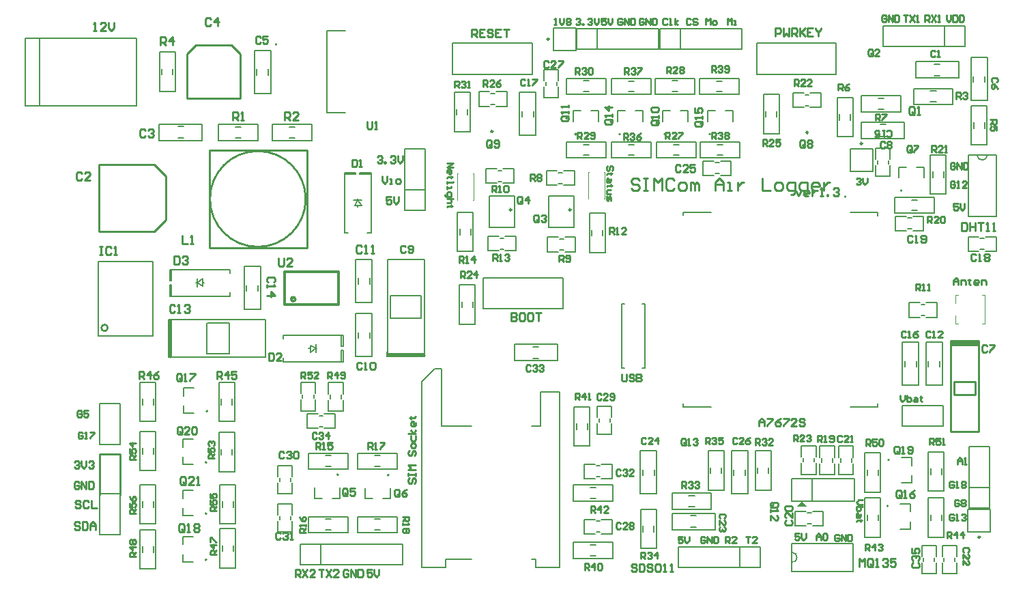
<source format=gto>
G04*
G04 #@! TF.GenerationSoftware,Altium Limited,Altium Designer,21.0.8 (223)*
G04*
G04 Layer_Color=65535*
%FSTAX24Y24*%
%MOIN*%
G70*
G04*
G04 #@! TF.SameCoordinates,1A30FD0F-2F50-4216-9531-F08C28C5B71E*
G04*
G04*
G04 #@! TF.FilePolarity,Positive*
G04*
G01*
G75*
%ADD10C,0.0079*%
%ADD11C,0.0098*%
%ADD12C,0.0100*%
%ADD13C,0.0118*%
%ADD14C,0.0050*%
%ADD15C,0.0039*%
%ADD16C,0.0070*%
%ADD17C,0.0040*%
G36*
X036Y00399D02*
X03575Y00374D01*
X03625D01*
X036Y00399D01*
D02*
G37*
D10*
X038139Y018862D02*
G03*
X038139Y018862I-000039J0D01*
G01*
X027128Y021914D02*
G03*
X027128Y021914I-000039J0D01*
G01*
X024978D02*
G03*
X024978Y021914I-000039J0D01*
G01*
X029328D02*
G03*
X029328Y021914I-000039J0D01*
G01*
X031528D02*
G03*
X031528Y021914I-000039J0D01*
G01*
X040878Y019164D02*
G03*
X040878Y019164I-000039J0D01*
G01*
X040254Y006012D02*
G03*
X040254Y006012I-000039J0D01*
G01*
X040204Y003762D02*
G03*
X040204Y003762I-000039J0D01*
G01*
X010343Y026289D02*
G03*
X010343Y026289I-000039J0D01*
G01*
X013351Y005286D02*
G03*
X013351Y005286I-000039J0D01*
G01*
X015827Y005268D02*
G03*
X015827Y005268I-000039J0D01*
G01*
X006925Y001138D02*
G03*
X006925Y001138I-000039J0D01*
G01*
Y003388D02*
G03*
X006925Y003388I-000039J0D01*
G01*
Y005888D02*
G03*
X006925Y005888I-000039J0D01*
G01*
X006975Y008388D02*
G03*
X006975Y008388I-000039J0D01*
G01*
X0355Y001D02*
G03*
X0355Y0015I0J00025D01*
G01*
X04455Y0209D02*
G03*
X04505Y0209I00025J0D01*
G01*
X018387Y007648D02*
X019855D01*
X018387D02*
Y010463D01*
X022808Y001152D02*
X023005D01*
Y000758D02*
X024166D01*
X023005D02*
Y001152D01*
X017434Y009841D02*
X018056Y010463D01*
X018387D01*
X024166Y000758D02*
Y009321D01*
X022808Y007648D02*
X023213D01*
X018595Y001152D02*
X019855D01*
X023213Y007648D02*
Y009321D01*
X018595Y000758D02*
Y001152D01*
X017434Y000758D02*
Y009841D01*
Y000758D02*
X018595D01*
X023213Y009321D02*
X024166D01*
X04185Y00046D02*
X04255D01*
X04185Y00184D02*
X04255D01*
X04185Y00046D02*
Y000989D01*
Y001294D02*
Y00184D01*
X04255Y001294D02*
Y00184D01*
Y00046D02*
Y000989D01*
X04285Y001311D02*
Y00184D01*
Y00046D02*
Y001006D01*
X04355Y00046D02*
Y001006D01*
Y001311D02*
Y00184D01*
X04285Y00046D02*
X04355D01*
X04285Y00184D02*
X04355D01*
X02641Y02417D02*
Y02464D01*
X02449D02*
X02641D01*
X02449Y02386D02*
Y02464D01*
X02531Y02399D02*
X02559D01*
X02531Y02452D02*
X02559D01*
X02449Y02386D02*
X02641D01*
Y02417D01*
X02669Y02386D02*
Y02433D01*
Y02386D02*
X02861D01*
Y02464D01*
X02751Y02451D02*
X02779D01*
X02751Y02398D02*
X02779D01*
X02669Y02464D02*
X02861D01*
X02669Y02433D02*
Y02464D01*
X03076Y02417D02*
Y02464D01*
X02884D02*
X03076D01*
X02884Y02386D02*
Y02464D01*
X02966Y02399D02*
X02994D01*
X02966Y02452D02*
X02994D01*
X02884Y02386D02*
X03076D01*
Y02417D01*
X02449Y02076D02*
Y02123D01*
Y02076D02*
X02641D01*
Y02154D01*
X02531Y02141D02*
X02559D01*
X02531Y02088D02*
X02559D01*
X02449Y02154D02*
X02641D01*
X02449Y02123D02*
Y02154D01*
X02669Y02076D02*
Y02123D01*
Y02076D02*
X02861D01*
Y02154D01*
X02751Y02141D02*
X02779D01*
X02751Y02088D02*
X02779D01*
X02669Y02154D02*
X02861D01*
X02669Y02123D02*
Y02154D01*
X02889Y02076D02*
Y02123D01*
Y02076D02*
X03081D01*
Y02154D01*
X02971Y02141D02*
X02999D01*
X02971Y02088D02*
X02999D01*
X02889Y02154D02*
X03081D01*
X02889Y02123D02*
Y02154D01*
X03104Y02076D02*
Y02123D01*
Y02076D02*
X03296D01*
Y02154D01*
X03186Y02141D02*
X03214D01*
X03186Y02088D02*
X03214D01*
X03104Y02154D02*
X03296D01*
X03104Y02123D02*
Y02154D01*
X03099Y02386D02*
Y02433D01*
Y02386D02*
X03291D01*
Y02464D01*
X03181Y02451D02*
X03209D01*
X03181Y02398D02*
X03209D01*
X03099Y02464D02*
X03291D01*
X03099Y02433D02*
Y02464D01*
X03254Y0199D02*
Y0206D01*
X03116Y0199D02*
Y0206D01*
X032011Y0199D02*
X03254D01*
X03116D02*
X031706D01*
X03116Y0206D02*
X031706D01*
X032011D02*
X03254D01*
X023399Y025064D02*
X024099D01*
X023399Y023684D02*
X024099D01*
Y024535D02*
Y025064D01*
Y023684D02*
Y02423D01*
X023399Y023684D02*
Y02423D01*
Y024535D02*
Y025064D01*
X010399Y003864D02*
X011099D01*
X010399Y002484D02*
X011099D01*
Y003335D02*
Y003864D01*
Y002484D02*
Y00303D01*
X010399Y002484D02*
Y00303D01*
Y003335D02*
Y003864D01*
X0115Y0009D02*
Y0019D01*
X0165D01*
X0115Y0009D02*
X0165D01*
Y0019D01*
X0125Y0009D02*
Y0019D01*
X03704Y0028D02*
Y0035D01*
X03566Y0028D02*
Y0035D01*
X036511Y0028D02*
X03704D01*
X03566D02*
X036206D01*
X03566Y0035D02*
X036206D01*
X036511D02*
X03704D01*
X03687Y006689D02*
X03758D01*
X03687Y006144D02*
Y006689D01*
X03758Y006144D02*
Y006689D01*
Y005311D02*
Y005839D01*
X03687Y005311D02*
X03758D01*
X03687D02*
Y005839D01*
X03597Y005311D02*
X03668D01*
Y005856D01*
X03597Y005311D02*
Y005856D01*
Y006161D02*
Y006689D01*
X03668D01*
Y006161D02*
Y006689D01*
X0378Y00531D02*
X0385D01*
X0378Y00669D02*
X0385D01*
X0378Y00531D02*
Y005839D01*
Y006144D02*
Y00669D01*
X0385Y006144D02*
Y00669D01*
Y00531D02*
Y005839D01*
X04194Y0172D02*
Y0179D01*
X04056Y0172D02*
Y0179D01*
X041411Y0172D02*
X04194D01*
X04056D02*
X041106D01*
X04056Y0179D02*
X041106D01*
X041411D02*
X04194D01*
X04411Y0162D02*
Y0169D01*
X04549Y0162D02*
Y0169D01*
X04411D02*
X044639D01*
X044944D02*
X04549D01*
X044944Y0162D02*
X04549D01*
X04411D02*
X044639D01*
X0396Y02124D02*
X0403D01*
X0396Y01986D02*
X0403D01*
Y020711D02*
Y02124D01*
Y01986D02*
Y020406D01*
X0396Y01986D02*
Y020406D01*
Y020711D02*
Y02124D01*
X0104Y00436D02*
X0111D01*
X0104Y00574D02*
X0111D01*
X0104Y00436D02*
Y004889D01*
Y005194D02*
Y00574D01*
X0111Y005194D02*
Y00574D01*
Y00436D02*
Y004889D01*
X04425Y02565D02*
X04484D01*
X04425Y02355D02*
Y02565D01*
Y02355D02*
X04505D01*
X04493Y02446D02*
Y02474D01*
X04436Y02446D02*
Y02474D01*
X04505Y02355D02*
Y02565D01*
X04484D02*
X04505D01*
X020211Y02398D02*
X020739D01*
X020211Y02327D02*
Y02398D01*
Y02327D02*
X020739D01*
X021044D02*
X021589D01*
X021044Y02398D02*
X021589D01*
Y02327D02*
Y02398D01*
X03402Y00454D02*
X03449D01*
Y00646D01*
X03371D02*
X03449D01*
X03384Y00536D02*
Y00564D01*
X03437Y00536D02*
Y00564D01*
X03371Y00454D02*
Y00646D01*
Y00454D02*
X03402D01*
X03175Y0026D02*
Y00281D01*
X02965Y0026D02*
X03175D01*
X03056Y00329D02*
X03084D01*
X03056Y00272D02*
X03084D01*
X02965Y0026D02*
Y0034D01*
X03175D01*
Y00281D02*
Y0034D01*
X029649Y00361D02*
Y00408D01*
Y00361D02*
X031569D01*
Y00439D01*
X030469Y00426D02*
X030749D01*
X030469Y00373D02*
X030749D01*
X029649Y00439D02*
X031569D01*
X029649Y00408D02*
Y00439D01*
X02858Y00361D02*
X02889D01*
Y00169D02*
Y00361D01*
X02823Y00251D02*
Y00279D01*
X02876Y00251D02*
Y00279D01*
X02811Y00169D02*
X02889D01*
X02811D02*
Y00361D01*
X02858D01*
X03953Y00416D02*
X03984D01*
Y00224D02*
Y00416D01*
X03918Y00306D02*
Y00334D01*
X03971Y00306D02*
Y00334D01*
X03906Y00224D02*
X03984D01*
X03906D02*
Y00416D01*
X03953D01*
X03458Y02386D02*
X03489D01*
Y02194D02*
Y02386D01*
X03423Y02276D02*
Y02304D01*
X03476Y02276D02*
Y02304D01*
X03411Y02194D02*
X03489D01*
X03411D02*
Y02386D01*
X03458D01*
X04081Y02301D02*
Y02332D01*
X03889Y02301D02*
X04081D01*
X03971Y02367D02*
X03999D01*
X03971Y02314D02*
X03999D01*
X03889Y02301D02*
Y02379D01*
X04081D01*
Y02332D02*
Y02379D01*
X0389Y0217D02*
Y02229D01*
Y0217D02*
X041D01*
Y0225D01*
X03981Y02238D02*
X04009D01*
X03981Y02181D02*
X04009D01*
X0389Y0225D02*
X041D01*
X0389Y02229D02*
Y0225D01*
X04226Y01899D02*
X04257D01*
X04226D02*
Y02091D01*
X04292Y01981D02*
Y02009D01*
X04239Y01981D02*
Y02009D01*
X04226Y02091D02*
X04304D01*
Y01899D02*
Y02091D01*
X04257Y01899D02*
X04304D01*
X04054Y01853D02*
Y01884D01*
X04246D01*
X04136Y01818D02*
X04164D01*
X04136Y01871D02*
X04164D01*
X04246Y01806D02*
Y01884D01*
X04054Y01806D02*
X04246D01*
X04054D02*
Y01853D01*
X04473Y02331D02*
X04504D01*
Y02139D02*
Y02331D01*
X04438Y02221D02*
Y02249D01*
X04491Y02221D02*
Y02249D01*
X04426Y02139D02*
X04504D01*
X04426D02*
Y02331D01*
X04473D01*
X043369Y02336D02*
Y02367D01*
X041449Y02336D02*
X043369D01*
X042269Y02402D02*
X042549D01*
X042269Y02349D02*
X042549D01*
X041449Y02336D02*
Y02414D01*
X043369D01*
Y02367D02*
Y02414D01*
X04155Y02465D02*
Y02524D01*
Y02465D02*
X04365D01*
Y02545D01*
X04246Y02533D02*
X04274D01*
X04246Y02476D02*
X04274D01*
X04155Y02545D02*
X04365D01*
X04155Y02524D02*
Y02545D01*
X023511Y02013D02*
X024039D01*
X023511Y01942D02*
Y02013D01*
Y01942D02*
X024039D01*
X024344D02*
X024889D01*
X024344Y02013D02*
X024889D01*
Y01942D02*
Y02013D01*
X020561Y02023D02*
X021089D01*
X020561Y01952D02*
Y02023D01*
Y01952D02*
X021089D01*
X021394D02*
X021939D01*
X021394Y02023D02*
X021939D01*
Y01952D02*
Y02023D01*
X01963Y01811D02*
X01994D01*
Y01619D02*
Y01811D01*
X01928Y01701D02*
Y01729D01*
X01981Y01701D02*
Y01729D01*
X01916Y01619D02*
X01994D01*
X01916D02*
Y01811D01*
X01963D01*
X02608Y01806D02*
X02639D01*
Y01614D02*
Y01806D01*
X02573Y01696D02*
Y01724D01*
X02626Y01696D02*
Y01724D01*
X02561Y01614D02*
X02639D01*
X02561D02*
Y01806D01*
X02608D01*
X024411Y01617D02*
X024939D01*
Y01688D01*
X024411D02*
X024939D01*
X023561D02*
X024106D01*
X023561Y01617D02*
X024106D01*
X023561D02*
Y01688D01*
X020661Y01693D02*
X021189D01*
X020661Y01622D02*
Y01693D01*
Y01622D02*
X021189D01*
X021494D02*
X022039D01*
X021494Y01693D02*
X022039D01*
Y01622D02*
Y01693D01*
X02195Y01085D02*
Y01144D01*
Y01085D02*
X02405D01*
Y01165D01*
X02286Y01153D02*
X02314D01*
X02286Y01096D02*
X02314D01*
X02195Y01165D02*
X02405D01*
X02195Y01144D02*
Y01165D01*
X042061Y01297D02*
X042589D01*
Y01368D01*
X042061D02*
X042589D01*
X041211D02*
X041756D01*
X041211Y01297D02*
X041756D01*
X041211D02*
Y01368D01*
X04205Y01175D02*
X04264D01*
X04205Y00965D02*
Y01175D01*
Y00965D02*
X04285D01*
X04273Y01056D02*
Y01084D01*
X04216Y01056D02*
Y01084D01*
X04285Y00965D02*
Y01175D01*
X04264D02*
X04285D01*
X0409D02*
X04149D01*
X0409Y00965D02*
Y01175D01*
Y00965D02*
X0417D01*
X04158Y01056D02*
Y01084D01*
X04101Y01056D02*
Y01084D01*
X0417Y00965D02*
Y01175D01*
X04149D02*
X0417D01*
X04216Y00224D02*
X04247D01*
X04216D02*
Y00416D01*
X04282Y00306D02*
Y00334D01*
X04229Y00306D02*
Y00334D01*
X04216Y00416D02*
X04294D01*
Y00224D02*
Y00416D01*
X04247Y00224D02*
X04294D01*
X02995Y00075D02*
Y00175D01*
X03395D01*
X02995Y00075D02*
X03395D01*
Y00175D01*
X03295Y00075D02*
Y00175D01*
X02536Y0051D02*
Y0058D01*
X02674Y0051D02*
Y0058D01*
X02536D02*
X025889D01*
X026194D02*
X02674D01*
X026194Y0051D02*
X02674D01*
X02536D02*
X025889D01*
X02484Y00448D02*
Y00479D01*
X02676D01*
X02566Y00413D02*
X02594D01*
X02566Y00466D02*
X02594D01*
X02676Y00401D02*
Y00479D01*
X02484Y00401D02*
X02676D01*
X02484D02*
Y00448D01*
X02536Y0024D02*
Y0031D01*
X02674Y0024D02*
Y0031D01*
X02536D02*
X025889D01*
X026194D02*
X02674D01*
X026194Y0024D02*
X02674D01*
X02536D02*
X025889D01*
X02484Y00168D02*
Y00199D01*
X02676D01*
X02566Y00133D02*
X02594D01*
X02566Y00186D02*
X02594D01*
X02676Y00121D02*
Y00199D01*
X02484Y00121D02*
X02676D01*
X02484D02*
Y00168D01*
X01287Y008411D02*
Y008939D01*
Y008411D02*
X01358D01*
Y008939D01*
Y009244D02*
Y009789D01*
X01287Y009244D02*
Y009789D01*
X01358D01*
X01223Y009261D02*
Y009789D01*
X01152D02*
X01223D01*
X01152Y009261D02*
Y009789D01*
Y008411D02*
Y008956D01*
X01223Y008411D02*
Y008956D01*
X01152Y008411D02*
X01223D01*
X01319Y00755D02*
Y00825D01*
X01181Y00755D02*
Y00825D01*
X012661Y00755D02*
X01319D01*
X01181D02*
X012356D01*
X01181Y00825D02*
X012356D01*
X012661D02*
X01319D01*
X011903Y01145D02*
X011982D01*
X012257D02*
X012297D01*
X011982Y011253D02*
Y011607D01*
Y011253D02*
X012257Y01145D01*
X011982Y011607D02*
X012257Y01145D01*
Y011253D02*
Y011647D01*
X013576Y0108D02*
Y01135D01*
X01065Y0108D02*
X013576D01*
X0135Y01135D02*
X013576D01*
X0135Y0108D02*
Y01135D01*
Y01155D02*
Y0121D01*
Y01155D02*
X013576D01*
X01065Y0108D02*
Y010987D01*
X013576Y01155D02*
Y0121D01*
X01065Y011913D02*
Y0121D01*
X013576D01*
X0142Y01315D02*
X01479D01*
X0142Y01105D02*
Y01315D01*
Y01105D02*
X015D01*
X01488Y01196D02*
Y01224D01*
X01431Y01196D02*
Y01224D01*
X015Y01105D02*
Y01315D01*
X01479D02*
X015D01*
X01756Y011047D02*
Y011197D01*
X01574Y01105D02*
Y01128D01*
X015744Y011047D02*
X01756D01*
X0159Y01294D02*
X01739D01*
Y01404D01*
X01589D02*
X01739D01*
X01589Y01295D02*
Y01404D01*
X015744Y011197D02*
X01756D01*
Y015803D01*
X015744D02*
X01756D01*
X015744Y011197D02*
Y015803D01*
X0143Y018353D02*
Y018432D01*
Y018707D02*
Y018747D01*
X014143Y018432D02*
X014497D01*
X0143Y018707D02*
X014497Y018432D01*
X014143D02*
X0143Y018707D01*
X014103D02*
X014497D01*
X0144Y020026D02*
X01495D01*
Y0171D02*
Y020026D01*
X0144Y01995D02*
Y020026D01*
Y01995D02*
X01495D01*
X01365D02*
X0142D01*
Y020026D01*
X014763Y0171D02*
X01495D01*
X01365Y020026D02*
X0142D01*
X01365Y0171D02*
X013837D01*
X01365D02*
Y020026D01*
X01381Y00556D02*
Y00587D01*
X01189Y00556D02*
X01381D01*
X01271Y00622D02*
X01299D01*
X01271Y00569D02*
X01299D01*
X01189Y00556D02*
Y00634D01*
X01381D01*
Y00587D02*
Y00634D01*
Y00246D02*
Y00277D01*
X01189Y00246D02*
X01381D01*
X01271Y00312D02*
X01299D01*
X01271Y00259D02*
X01299D01*
X01189Y00246D02*
Y00324D01*
X01381D01*
Y00277D02*
Y00324D01*
X01621Y00246D02*
Y00277D01*
X01429Y00246D02*
X01621D01*
X01511Y00312D02*
X01539D01*
X01511Y00259D02*
X01539D01*
X01429Y00246D02*
Y00324D01*
X01621D01*
Y00277D02*
Y00324D01*
Y00556D02*
Y00587D01*
X01429Y00556D02*
X01621D01*
X01511Y00622D02*
X01539D01*
X01511Y00569D02*
X01539D01*
X01429Y00556D02*
Y00634D01*
X01621D01*
Y00587D02*
Y00634D01*
X00756Y00289D02*
X00787D01*
X00756D02*
Y00481D01*
X00822Y00371D02*
Y00399D01*
X00769Y00371D02*
Y00399D01*
X00756Y00481D02*
X00834D01*
Y00289D02*
Y00481D01*
X00787Y00289D02*
X00834D01*
X00756Y00074D02*
X00787D01*
X00756D02*
Y00266D01*
X00822Y00156D02*
Y00184D01*
X00769Y00156D02*
Y00184D01*
X00756Y00266D02*
X00834D01*
Y00074D02*
Y00266D01*
X00787Y00074D02*
X00834D01*
X00366Y00289D02*
X00397D01*
X00366D02*
Y00481D01*
X00432Y00371D02*
Y00399D01*
X00379Y00371D02*
Y00399D01*
X00366Y00481D02*
X00444D01*
Y00289D02*
Y00481D01*
X00397Y00289D02*
X00444D01*
X00413Y00261D02*
X00444D01*
Y00069D02*
Y00261D01*
X00378Y00151D02*
Y00179D01*
X00431Y00151D02*
Y00179D01*
X00366Y00069D02*
X00444D01*
X00366D02*
Y00261D01*
X00413D01*
Y00741D02*
X00444D01*
Y00549D02*
Y00741D01*
X00378Y00631D02*
Y00659D01*
X00431Y00631D02*
Y00659D01*
X00366Y00549D02*
X00444D01*
X00366D02*
Y00741D01*
X00413D01*
X00751Y00544D02*
X00782D01*
X00751D02*
Y00736D01*
X00817Y00626D02*
Y00654D01*
X00764Y00626D02*
Y00654D01*
X00751Y00736D02*
X00829D01*
Y00544D02*
Y00736D01*
X00782Y00544D02*
X00829D01*
X00751Y00789D02*
X00782D01*
X00751D02*
Y00981D01*
X00817Y00871D02*
Y00899D01*
X00764Y00871D02*
Y00899D01*
X00751Y00981D02*
X00829D01*
Y00789D02*
Y00981D01*
X00782Y00789D02*
X00829D01*
X00366D02*
X00397D01*
X00366D02*
Y00981D01*
X00432Y00871D02*
Y00899D01*
X00379Y00871D02*
Y00899D01*
X00366Y00981D02*
X00444D01*
Y00789D02*
Y00981D01*
X00397Y00789D02*
X00444D01*
X00896Y01335D02*
X00955D01*
Y01545D01*
X00875D02*
X00955D01*
X00887Y01426D02*
Y01454D01*
X00944Y01426D02*
Y01454D01*
X00875Y01335D02*
Y01545D01*
Y01335D02*
X00896D01*
X006718Y01465D02*
X006797D01*
X006403D02*
X006443D01*
X006718Y014493D02*
Y014847D01*
X006443Y01465D02*
X006718Y014847D01*
X006443Y01465D02*
X006718Y014493D01*
X006443Y014453D02*
Y014847D01*
X005124Y01475D02*
Y0153D01*
X00805D01*
X005124Y01475D02*
X0052D01*
Y0153D01*
Y014D02*
Y01455D01*
X005124D02*
X0052D01*
X00805Y015113D02*
Y0153D01*
X005124Y014D02*
Y01455D01*
X00805Y014D02*
Y014187D01*
X005124Y014D02*
X00805D01*
X01206Y02161D02*
Y02192D01*
X01014Y02161D02*
X01206D01*
X01096Y02227D02*
X01124D01*
X01096Y02174D02*
X01124D01*
X01014Y02161D02*
Y02239D01*
X01206D01*
Y02192D02*
Y02239D01*
X00749Y02208D02*
Y02239D01*
X00941D01*
X00831Y02173D02*
X00859D01*
X00831Y02226D02*
X00859D01*
X00941Y02161D02*
Y02239D01*
X00749Y02161D02*
X00941D01*
X00749D02*
Y02208D01*
X0067Y02181D02*
Y0224D01*
X0046D02*
X0067D01*
X0046Y0216D02*
Y0224D01*
X00551Y02172D02*
X00579D01*
X00551Y02229D02*
X00579D01*
X0046Y0216D02*
X0067D01*
Y02181D01*
X00508Y025919D02*
X00539D01*
Y023999D02*
Y025919D01*
X00473Y024819D02*
Y025099D01*
X00526Y024819D02*
Y025099D01*
X00461Y023999D02*
X00539D01*
X00461D02*
Y025919D01*
X00508D01*
X035561Y02393D02*
X036089D01*
X035561Y02322D02*
Y02393D01*
Y02322D02*
X036089D01*
X036394D02*
X036939D01*
X036394Y02393D02*
X036939D01*
Y02322D02*
Y02393D01*
X01948Y02396D02*
X01979D01*
Y02204D02*
Y02396D01*
X01913Y02286D02*
Y02314D01*
X01966Y02286D02*
Y02314D01*
X01901Y02204D02*
X01979D01*
X01901D02*
Y02396D01*
X01948D01*
X023849Y025999D02*
X024951D01*
Y027101D01*
X023849D02*
X024951D01*
X023849Y025999D02*
Y027101D01*
X027179Y010494D02*
Y013628D01*
Y010494D02*
X027317D01*
X027179Y013628D02*
X027317D01*
X028321Y010494D02*
Y013628D01*
X028183Y010494D02*
X028321D01*
X028183Y013628D02*
X028321D01*
X01441Y0137D02*
X015D01*
Y0158D01*
X0142D02*
X015D01*
X01432Y01461D02*
Y01489D01*
X01489Y01461D02*
Y01489D01*
X0142Y0137D02*
Y0158D01*
Y0137D02*
X01441D01*
X03255Y00645D02*
X03314D01*
X03255Y00435D02*
Y00645D01*
Y00435D02*
X03335D01*
X03323Y00526D02*
Y00554D01*
X03266Y00526D02*
Y00554D01*
X03335Y00435D02*
Y00645D01*
X03314D02*
X03335D01*
X03141Y00454D02*
X03172D01*
X03141D02*
Y00646D01*
X03207Y00536D02*
Y00564D01*
X03154Y00536D02*
Y00564D01*
X03141Y00646D02*
X03219D01*
Y00454D02*
Y00646D01*
X03172Y00454D02*
X03219D01*
X026Y00726D02*
X0267D01*
X026Y00864D02*
X0267D01*
X026Y00726D02*
Y007789D01*
Y008094D02*
Y00864D01*
X0267Y008094D02*
Y00864D01*
Y00726D02*
Y007789D01*
X01983Y02636D02*
X02281D01*
X01894D02*
X01983D01*
X01894Y02484D02*
Y02636D01*
X02281Y02484D02*
Y02636D01*
X01894Y02484D02*
X02281D01*
X02133Y01491D02*
X02431D01*
X02044D02*
X02133D01*
X02044Y01339D02*
Y01491D01*
X02431Y01339D02*
Y01491D01*
X02044Y01339D02*
X02431D01*
X03469Y02636D02*
X03767D01*
X0338D02*
X03469D01*
X0338Y02484D02*
Y02636D01*
X03767Y02484D02*
Y02636D01*
X0338Y02484D02*
X03767D01*
X02517Y00669D02*
X02564D01*
Y00861D01*
X02486D02*
X02564D01*
X02499Y00751D02*
Y00779D01*
X02552Y00751D02*
Y00779D01*
X02486Y00669D02*
Y00861D01*
Y00669D02*
X02517D01*
X01926Y01456D02*
X01973D01*
X01926Y01264D02*
Y01456D01*
Y01264D02*
X02004D01*
X01991Y01346D02*
Y01374D01*
X01938Y01346D02*
Y01374D01*
X02004Y01264D02*
Y01456D01*
X01973D02*
X02004D01*
X03771Y02371D02*
X03818D01*
X03771Y02179D02*
Y02371D01*
Y02179D02*
X03849D01*
X03836Y02261D02*
Y02289D01*
X03783Y02261D02*
Y02289D01*
X03849Y02179D02*
Y02371D01*
X03818D02*
X03849D01*
X0017Y00235D02*
Y00435D01*
Y00235D02*
X0027D01*
Y00435D01*
X0017D02*
X0027D01*
X0017Y00675D02*
Y00875D01*
Y00675D02*
X0027D01*
Y00875D01*
X0017D02*
X0027D01*
X0166Y0192D02*
X0176D01*
X0166Y0182D02*
X0176D01*
X0166D02*
Y0212D01*
X0176D01*
Y0182D02*
Y0212D01*
X03005Y02605D02*
Y02705D01*
X02905Y02605D02*
Y02705D01*
X03305D01*
X02905Y02605D02*
X03305D01*
Y02705D01*
X044099Y002499D02*
X045201D01*
X044099D02*
Y003601D01*
X045201D01*
Y002499D02*
Y003601D01*
X038349Y021201D02*
X039451D01*
Y020099D02*
Y021201D01*
X038349Y020099D02*
X039451D01*
X038349D02*
Y021201D01*
X026Y02605D02*
Y02705D01*
X025Y02605D02*
Y02705D01*
X029D01*
X025Y02605D02*
X029D01*
Y02705D01*
X04295Y0262D02*
Y0272D01*
X04395Y0262D02*
Y0272D01*
X03995Y0262D02*
X04395D01*
X03995Y0272D02*
X04395D01*
X03995Y0262D02*
Y0272D01*
X0355Y001933D02*
X0385D01*
Y000567D02*
Y001933D01*
X0355Y000567D02*
X0385D01*
X0355D02*
Y0015D01*
Y001D02*
Y001933D01*
X045483Y0179D02*
Y0209D01*
X044117Y0179D02*
X045483D01*
X044117D02*
Y0209D01*
X04505D01*
X04455D02*
X045483D01*
X02869Y00645D02*
X0289D01*
Y00435D02*
Y00645D01*
X02821Y00526D02*
Y00554D01*
X02878Y00526D02*
Y00554D01*
X0281Y00435D02*
X0289D01*
X0281D02*
Y00645D01*
X02869D01*
X0222Y02185D02*
X02241D01*
X0222D02*
Y02395D01*
X02289Y02276D02*
Y02304D01*
X02232Y02276D02*
Y02304D01*
X0222Y02395D02*
X023D01*
Y02185D02*
Y02395D01*
X02241Y02185D02*
X023D01*
X005197Y012856D02*
X009803D01*
Y01104D02*
Y012856D01*
X005197Y01104D02*
X009803D01*
X005197D02*
Y012856D01*
X00695Y01271D02*
X00804D01*
Y01121D02*
Y01271D01*
X00694Y01121D02*
X00804D01*
X00694D02*
Y0127D01*
X005047Y01104D02*
Y012856D01*
X00505Y01286D02*
X00528D01*
X005047Y01104D02*
X005197D01*
X00925Y0239D02*
X00946D01*
X00925D02*
Y026D01*
X00994Y02481D02*
Y02509D01*
X00937Y02481D02*
Y02509D01*
X00925Y026D02*
X01005D01*
Y0239D02*
Y026D01*
X00946Y0239D02*
X01005D01*
X04216Y00641D02*
X04263D01*
X04216Y00449D02*
Y00641D01*
Y00449D02*
X04294D01*
X04281Y00531D02*
Y00559D01*
X04228Y00531D02*
Y00559D01*
X04294Y00449D02*
Y00641D01*
X04263D02*
X04294D01*
X03906Y00636D02*
X03953D01*
X03906Y00444D02*
Y00636D01*
Y00444D02*
X03984D01*
X03971Y00526D02*
Y00554D01*
X03918Y00526D02*
Y00554D01*
X03984Y00444D02*
Y00636D01*
X03953D02*
X03984D01*
X04415Y00465D02*
X04515D01*
X04415Y00365D02*
X04515D01*
X04415D02*
Y00665D01*
X04515D01*
Y00365D02*
Y00665D01*
D11*
X020899Y022049D02*
G03*
X020899Y022049I-000049J0D01*
G01*
X036299Y021999D02*
G03*
X036299Y021999I-000049J0D01*
G01*
X02181Y01822D02*
G03*
X02181Y01822I-000049J0D01*
G01*
X02471D02*
G03*
X02471Y01822I-000049J0D01*
G01*
X023642Y02655D02*
G03*
X023642Y02655I-000049J0D01*
G01*
X044699Y002243D02*
G03*
X044699Y002243I-000049J0D01*
G01*
X038949Y021457D02*
G03*
X038949Y021457I-000049J0D01*
G01*
X015744Y011117D02*
X017556D01*
X005117Y011044D02*
Y012856D01*
D12*
X011758Y01875D02*
G03*
X011758Y01875I-002339J0D01*
G01*
X002086Y012457D02*
G03*
X002086Y012457I-000156J0D01*
G01*
X0017Y0063D02*
X0027D01*
Y0043D02*
Y0063D01*
X0017Y0043D02*
Y0063D01*
X007056Y021112D02*
X01182D01*
Y016348D02*
Y021112D01*
X010678Y016348D02*
X01182D01*
X007056D02*
X010678D01*
X007056D02*
Y021112D01*
X001666Y020434D02*
X004366D01*
X004934Y019866D01*
Y017734D02*
Y019866D01*
X001666Y017166D02*
X004366D01*
X004934Y017734D01*
X001666Y017166D02*
Y020434D01*
X005951Y023651D02*
Y025816D01*
X006384Y026249D01*
X008116D01*
X008549Y023651D02*
Y025816D01*
X008116Y026249D02*
X008549Y025816D01*
X005951Y023651D02*
X008549D01*
X04326Y01167D02*
Y01182D01*
X04464Y0117D02*
Y01182D01*
X043261D02*
X044639D01*
X043261Y01172D02*
X044639D01*
X043261Y01163D02*
X044639D01*
X043261Y00739D02*
Y0117D01*
Y00739D02*
X044639D01*
Y0117D01*
X04445Y00919D02*
Y00984D01*
X04343Y00919D02*
X04445D01*
X04343D02*
Y00984D01*
X04445D01*
X014986Y000654D02*
X01475D01*
Y000477D01*
X014868Y000536D01*
X014927D01*
X014986Y000477D01*
Y000359D01*
X014927Y0003D01*
X014809D01*
X01475Y000359D01*
X015104Y000654D02*
Y000418D01*
X015222Y0003D01*
X01534Y000418D01*
Y000654D01*
X013836Y000595D02*
X013777Y000654D01*
X013659D01*
X0136Y000595D01*
Y000359D01*
X013659Y0003D01*
X013777D01*
X013836Y000359D01*
Y000477D01*
X013718D01*
X013954Y0003D02*
Y000654D01*
X01419Y0003D01*
Y000654D01*
X014308D02*
Y0003D01*
X014486D01*
X014545Y000359D01*
Y000595D01*
X014486Y000654D01*
X014308D01*
X000686Y004895D02*
X000627Y004954D01*
X000509D01*
X00045Y004895D01*
Y004659D01*
X000509Y0046D01*
X000627D01*
X000686Y004659D01*
Y004777D01*
X000568D01*
X000804Y0046D02*
Y004954D01*
X00104Y0046D01*
Y004954D01*
X001158D02*
Y0046D01*
X001336D01*
X001395Y004659D01*
Y004895D01*
X001336Y004954D01*
X001158D01*
X00045Y005895D02*
X000509Y005954D01*
X000627D01*
X000686Y005895D01*
Y005836D01*
X000627Y005777D01*
X000568D01*
X000627D01*
X000686Y005718D01*
Y005659D01*
X000627Y0056D01*
X000509D01*
X00045Y005659D01*
X000804Y005954D02*
Y005718D01*
X000922Y0056D01*
X00104Y005718D01*
Y005954D01*
X001158Y005895D02*
X001217Y005954D01*
X001336D01*
X001395Y005895D01*
Y005836D01*
X001336Y005777D01*
X001276D01*
X001336D01*
X001395Y005718D01*
Y005659D01*
X001336Y0056D01*
X001217D01*
X001158Y005659D01*
X038965Y00405D02*
X038755D01*
X03865Y003945D01*
X038755Y00384D01*
X038965D01*
Y003735D02*
X03865D01*
Y003578D01*
X038702Y003525D01*
X038755D01*
X038807D01*
X03886Y003578D01*
Y003735D01*
Y003368D02*
Y003263D01*
X038807Y00321D01*
X03865D01*
Y003368D01*
X038702Y00342D01*
X038755Y003368D01*
Y00321D01*
X038912Y003053D02*
X03886D01*
Y003105D01*
Y003D01*
Y003053D01*
X038702D01*
X03865Y003D01*
X04305Y027715D02*
Y027505D01*
X043155Y0274D01*
X04326Y027505D01*
Y027715D01*
X043365D02*
Y0274D01*
X043522D01*
X043575Y027452D01*
Y027662D01*
X043522Y027715D01*
X043365D01*
X04368D02*
Y0274D01*
X043837D01*
X04389Y027452D01*
Y027662D01*
X043837Y027715D01*
X04368D01*
X042Y0274D02*
Y027715D01*
X042157D01*
X04221Y027662D01*
Y027557D01*
X042157Y027505D01*
X042D01*
X042105D02*
X04221Y0274D01*
X042315Y027715D02*
X042525Y0274D01*
Y027715D02*
X042315Y0274D01*
X04263D02*
X042735D01*
X042682D01*
Y027715D01*
X04263Y027662D01*
X04095Y027715D02*
X04116D01*
X041055D01*
Y0274D01*
X041265Y027715D02*
X041475Y0274D01*
Y027715D02*
X041265Y0274D01*
X04158D02*
X041685D01*
X041632D01*
Y027715D01*
X04158Y027662D01*
X04011D02*
X040057Y027715D01*
X039952D01*
X0399Y027662D01*
Y027452D01*
X039952Y0274D01*
X040057D01*
X04011Y027452D01*
Y027557D01*
X040005D01*
X040215Y0274D02*
Y027715D01*
X040425Y0274D01*
Y027715D01*
X04053D02*
Y0274D01*
X040687D01*
X04074Y027452D01*
Y027662D01*
X040687Y027715D01*
X04053D01*
X03235Y02725D02*
Y027565D01*
X032455Y02746D01*
X03256Y027565D01*
Y02725D01*
X032665D02*
X03277D01*
X032717D01*
Y02746D01*
X032665D01*
X03056Y027512D02*
X030507Y027565D01*
X030402D01*
X03035Y027512D01*
Y027302D01*
X030402Y02725D01*
X030507D01*
X03056Y027302D01*
X030875Y027512D02*
X030822Y027565D01*
X030717D01*
X030665Y027512D01*
Y02746D01*
X030717Y027407D01*
X030822D01*
X030875Y027355D01*
Y027302D01*
X030822Y02725D01*
X030717D01*
X030665Y027302D01*
X0313Y02725D02*
Y027565D01*
X031405Y02746D01*
X03151Y027565D01*
Y02725D01*
X031667D02*
X031772D01*
X031825Y027302D01*
Y027407D01*
X031772Y02746D01*
X031667D01*
X031615Y027407D01*
Y027302D01*
X031667Y02725D01*
X02941Y027512D02*
X029357Y027565D01*
X029252D01*
X0292Y027512D01*
Y027302D01*
X029252Y02725D01*
X029357D01*
X02941Y027302D01*
X029515Y02725D02*
X02962D01*
X029567D01*
Y027565D01*
X029515D01*
X029777Y02725D02*
Y027565D01*
Y027355D02*
X029935Y02746D01*
X029777Y027355D02*
X029935Y02725D01*
X02826Y027512D02*
X028207Y027565D01*
X028102D01*
X02805Y027512D01*
Y027302D01*
X028102Y02725D01*
X028207D01*
X02826Y027302D01*
Y027407D01*
X028155D01*
X028365Y02725D02*
Y027565D01*
X028575Y02725D01*
Y027565D01*
X02868D02*
Y02725D01*
X028837D01*
X02889Y027302D01*
Y027512D01*
X028837Y027565D01*
X02868D01*
X02721Y027512D02*
X027157Y027565D01*
X027052D01*
X027Y027512D01*
Y027302D01*
X027052Y02725D01*
X027157D01*
X02721Y027302D01*
Y027407D01*
X027105D01*
X027315Y02725D02*
Y027565D01*
X027525Y02725D01*
Y027565D01*
X02763D02*
Y02725D01*
X027787D01*
X02784Y027302D01*
Y027512D01*
X027787Y027565D01*
X02763D01*
X02641D02*
X0262D01*
Y027407D01*
X026305Y02746D01*
X026357D01*
X02641Y027407D01*
Y027302D01*
X026357Y02725D01*
X026252D01*
X0262Y027302D01*
X026515Y027565D02*
Y027355D01*
X02662Y02725D01*
X026725Y027355D01*
Y027565D01*
X018655Y0205D02*
X01897D01*
X018655Y02029D01*
X01897D01*
X018655Y020028D02*
Y020133D01*
X018707Y020185D01*
X018812D01*
X018865Y020133D01*
Y020028D01*
X018812Y019975D01*
X01876D01*
Y020185D01*
X018917Y019818D02*
X018865D01*
Y01987D01*
Y019765D01*
Y019818D01*
X018707D01*
X018655Y019765D01*
Y019608D02*
Y019503D01*
Y019555D01*
X01897D01*
Y019608D01*
X018655Y019346D02*
Y019241D01*
Y019293D01*
X018865D01*
Y019346D01*
X01855Y018978D02*
Y018926D01*
X018602Y018873D01*
X018865D01*
Y019031D01*
X018812Y019083D01*
X018707D01*
X018655Y019031D01*
Y018873D01*
X01897Y018768D02*
X018655D01*
X018812D01*
X018865Y018716D01*
Y018611D01*
X018812Y018558D01*
X018655D01*
X018917Y018401D02*
X018865D01*
Y018453D01*
Y018348D01*
Y018401D01*
X018707D01*
X018655Y018348D01*
X026712Y02014D02*
X026765Y020193D01*
Y020298D01*
X026712Y02035D01*
X02666D01*
X026607Y020298D01*
Y020193D01*
X026555Y02014D01*
X026502D01*
X02645Y020193D01*
Y020298D01*
X026502Y02035D01*
X026712Y019983D02*
X02666D01*
Y020035D01*
Y01993D01*
Y019983D01*
X026502D01*
X02645Y01993D01*
X02666Y01972D02*
Y019615D01*
X026607Y019563D01*
X02645D01*
Y01972D01*
X026502Y019773D01*
X026555Y01972D01*
Y019563D01*
X026712Y019405D02*
X02666D01*
Y019458D01*
Y019353D01*
Y019405D01*
X026502D01*
X02645Y019353D01*
X02666Y019196D02*
X026502D01*
X02645Y019143D01*
Y018986D01*
X02666D01*
X02645Y018881D02*
Y018723D01*
X026502Y018671D01*
X026555Y018723D01*
Y018828D01*
X026607Y018881D01*
X02666Y018828D01*
Y018671D01*
X02495Y027512D02*
X025002Y027565D01*
X025107D01*
X02516Y027512D01*
Y02746D01*
X025107Y027407D01*
X025055D01*
X025107D01*
X02516Y027355D01*
Y027302D01*
X025107Y02725D01*
X025002D01*
X02495Y027302D01*
X025265Y02725D02*
Y027302D01*
X025317D01*
Y02725D01*
X025265D01*
X025527Y027512D02*
X02558Y027565D01*
X025685D01*
X025737Y027512D01*
Y02746D01*
X025685Y027407D01*
X025632D01*
X025685D01*
X025737Y027355D01*
Y027302D01*
X025685Y02725D01*
X02558D01*
X025527Y027302D01*
X025842Y027565D02*
Y027355D01*
X025947Y02725D01*
X026052Y027355D01*
Y027565D01*
X0239Y02725D02*
X024005D01*
X023952D01*
Y027565D01*
X0239Y027512D01*
X024162Y027565D02*
Y027355D01*
X024267Y02725D01*
X024372Y027355D01*
Y027565D01*
X024477Y027512D02*
X02453Y027565D01*
X024635D01*
X024687Y027512D01*
Y02746D01*
X024635Y027407D01*
X024687Y027355D01*
Y027302D01*
X024635Y02725D01*
X02453D01*
X024477Y027302D01*
Y027355D01*
X02453Y027407D01*
X024477Y02746D01*
Y027512D01*
X02453Y027407D02*
X024635D01*
X0339Y00765D02*
Y007912D01*
X034031Y008044D01*
X034162Y007912D01*
Y00765D01*
Y007847D01*
X0339D01*
X034294Y008044D02*
X034556D01*
Y007978D01*
X034294Y007716D01*
Y00765D01*
X03495Y008044D02*
X034818Y007978D01*
X034687Y007847D01*
Y007716D01*
X034753Y00765D01*
X034884D01*
X03495Y007716D01*
Y007781D01*
X034884Y007847D01*
X034687D01*
X035081Y008044D02*
X035343D01*
Y007978D01*
X035081Y007716D01*
Y00765D01*
X035737D02*
X035474D01*
X035737Y007912D01*
Y007978D01*
X035671Y008044D01*
X03554D01*
X035474Y007978D01*
X03613D02*
X036065Y008044D01*
X035933D01*
X035868Y007978D01*
Y007912D01*
X035933Y007847D01*
X036065D01*
X03613Y007781D01*
Y007716D01*
X036065Y00765D01*
X035933D01*
X035868Y007716D01*
X0357Y019162D02*
X035831Y0189D01*
X035962Y019162D01*
X03629Y0189D02*
X036159D01*
X036094Y018966D01*
Y019097D01*
X036159Y019162D01*
X03629D01*
X036356Y019097D01*
Y019031D01*
X036094D01*
X036487Y019162D02*
Y0189D01*
Y019031D01*
X036553Y019097D01*
X036618Y019162D01*
X036684D01*
X036881Y0189D02*
X037012D01*
X036946D01*
Y019294D01*
X036881Y019228D01*
X037209Y0189D02*
Y018966D01*
X037274D01*
Y0189D01*
X037209D01*
X037537Y019228D02*
X037602Y019294D01*
X037733D01*
X037799Y019228D01*
Y019162D01*
X037733Y019097D01*
X037668D01*
X037733D01*
X037799Y019031D01*
Y018966D01*
X037733Y0189D01*
X037602D01*
X037537Y018966D01*
X02805Y01965D02*
X02795Y01975D01*
X02775D01*
X02765Y01965D01*
Y01955D01*
X02775Y01945D01*
X02795D01*
X02805Y01935D01*
Y01925D01*
X02795Y01915D01*
X02775D01*
X02765Y01925D01*
X02825Y01975D02*
X02845D01*
X02835D01*
Y01915D01*
X02825D01*
X02845D01*
X02875D02*
Y01975D01*
X02895Y01955D01*
X02915Y01975D01*
Y01915D01*
X029749Y01965D02*
X029649Y01975D01*
X029449D01*
X029349Y01965D01*
Y01925D01*
X029449Y01915D01*
X029649D01*
X029749Y01925D01*
X030049Y01915D02*
X030249D01*
X030349Y01925D01*
Y01945D01*
X030249Y01955D01*
X030049D01*
X029949Y01945D01*
Y01925D01*
X030049Y01915D01*
X030549D02*
Y01955D01*
X030649D01*
X030749Y01945D01*
Y01915D01*
Y01945D01*
X030849Y01955D01*
X030949Y01945D01*
Y01915D01*
X031749D02*
Y01955D01*
X031949Y01975D01*
X032149Y01955D01*
Y01915D01*
Y01945D01*
X031749D01*
X032348Y01915D02*
X032548D01*
X032448D01*
Y01955D01*
X032348D01*
X032848D02*
Y01915D01*
Y01935D01*
X032948Y01945D01*
X033048Y01955D01*
X033148D01*
X034048Y01975D02*
Y01915D01*
X034448D01*
X034748D02*
X034948D01*
X035048Y01925D01*
Y01945D01*
X034948Y01955D01*
X034748D01*
X034648Y01945D01*
Y01925D01*
X034748Y01915D01*
X035447Y01895D02*
X035547D01*
X035647Y01905D01*
Y01955D01*
X035348D01*
X035248Y01945D01*
Y01925D01*
X035348Y01915D01*
X035647D01*
X036047Y01895D02*
X036147D01*
X036247Y01905D01*
Y01955D01*
X035947D01*
X035847Y01945D01*
Y01925D01*
X035947Y01915D01*
X036247D01*
X036747D02*
X036547D01*
X036447Y01925D01*
Y01945D01*
X036547Y01955D01*
X036747D01*
X036847Y01945D01*
Y01935D01*
X036447D01*
X037047Y01955D02*
Y01915D01*
Y01935D01*
X037147Y01945D01*
X037247Y01955D01*
X037347D01*
X03865Y019712D02*
X038702Y019765D01*
X038807D01*
X03886Y019712D01*
Y01966D01*
X038807Y019607D01*
X038755D01*
X038807D01*
X03886Y019555D01*
Y019502D01*
X038807Y01945D01*
X038702D01*
X03865Y019502D01*
X038965Y019765D02*
Y019555D01*
X03907Y01945D01*
X039175Y019555D01*
Y019765D01*
X04346Y020462D02*
X043407Y020515D01*
X043302D01*
X04325Y020462D01*
Y020252D01*
X043302Y0202D01*
X043407D01*
X04346Y020252D01*
Y020357D01*
X043355D01*
X043565Y0202D02*
Y020515D01*
X043775Y0202D01*
Y020515D01*
X04388D02*
Y0202D01*
X044037D01*
X04409Y020252D01*
Y020462D01*
X044037Y020515D01*
X04388D01*
X04346Y019562D02*
X043407Y019615D01*
X043302D01*
X04325Y019562D01*
Y019352D01*
X043302Y0193D01*
X043407D01*
X04346Y019352D01*
Y019457D01*
X043355D01*
X043565Y0193D02*
X04367D01*
X043617D01*
Y019615D01*
X043565Y019562D01*
X044037Y0193D02*
X043827D01*
X044037Y01951D01*
Y019562D01*
X043985Y019615D01*
X04388D01*
X043827Y019562D01*
X04361Y018515D02*
X0434D01*
Y018357D01*
X043505Y01841D01*
X043557D01*
X04361Y018357D01*
Y018252D01*
X043557Y0182D01*
X043452D01*
X0434Y018252D01*
X043715Y018515D02*
Y018305D01*
X04382Y0182D01*
X043925Y018305D01*
Y018515D01*
X0438Y017594D02*
Y0172D01*
X043997D01*
X044062Y017266D01*
Y017528D01*
X043997Y017594D01*
X0438D01*
X044194D02*
Y0172D01*
Y017397D01*
X044456D01*
Y017594D01*
Y0172D01*
X044587Y017594D02*
X04485D01*
X044718D01*
Y0172D01*
X044981D02*
X045112D01*
X045046D01*
Y017594D01*
X044981Y017528D01*
X045309Y0172D02*
X04544D01*
X045374D01*
Y017594D01*
X045309Y017528D01*
X0347Y0267D02*
Y027094D01*
X034897D01*
X034962Y027028D01*
Y026897D01*
X034897Y026831D01*
X0347D01*
X035094Y027094D02*
Y0267D01*
X035225Y026831D01*
X035356Y0267D01*
Y027094D01*
X035487Y0267D02*
Y027094D01*
X035684D01*
X03575Y027028D01*
Y026897D01*
X035684Y026831D01*
X035487D01*
X035618D02*
X03575Y0267D01*
X035881Y027094D02*
Y0267D01*
Y026831D01*
X036143Y027094D01*
X035946Y026897D01*
X036143Y0267D01*
X036537Y027094D02*
X036274D01*
Y0267D01*
X036537D01*
X036274Y026897D02*
X036405D01*
X036668Y027094D02*
Y027028D01*
X036799Y026897D01*
X03693Y027028D01*
Y027094D01*
X036799Y026897D02*
Y0267D01*
X01985Y02665D02*
Y027044D01*
X020047D01*
X020112Y026978D01*
Y026847D01*
X020047Y026781D01*
X01985D01*
X019981D02*
X020112Y02665D01*
X020506Y027044D02*
X020244D01*
Y02665D01*
X020506D01*
X020244Y026847D02*
X020375D01*
X0209Y026978D02*
X020834Y027044D01*
X020703D01*
X020637Y026978D01*
Y026912D01*
X020703Y026847D01*
X020834D01*
X0209Y026781D01*
Y026716D01*
X020834Y02665D01*
X020703D01*
X020637Y026716D01*
X021293Y027044D02*
X021031D01*
Y02665D01*
X021293D01*
X021031Y026847D02*
X021162D01*
X021424Y027044D02*
X021687D01*
X021555D01*
Y02665D01*
X0218Y013194D02*
Y0128D01*
X021997D01*
X022062Y012866D01*
Y012931D01*
X021997Y012997D01*
X0218D01*
X021997D01*
X022062Y013062D01*
Y013128D01*
X021997Y013194D01*
X0218D01*
X02239D02*
X022259D01*
X022194Y013128D01*
Y012866D01*
X022259Y0128D01*
X02239D01*
X022456Y012866D01*
Y013128D01*
X02239Y013194D01*
X022784D02*
X022653D01*
X022587Y013128D01*
Y012866D01*
X022653Y0128D01*
X022784D01*
X02285Y012866D01*
Y013128D01*
X022784Y013194D01*
X022981D02*
X023243D01*
X023112D01*
Y0128D01*
X0272Y010204D02*
Y009909D01*
X027259Y00985D01*
X027377D01*
X027436Y009909D01*
Y010204D01*
X02779Y010145D02*
X027731Y010204D01*
X027613D01*
X027554Y010145D01*
Y010086D01*
X027613Y010027D01*
X027731D01*
X02779Y009968D01*
Y009909D01*
X027731Y00985D01*
X027613D01*
X027554Y009909D01*
X027908Y010204D02*
Y00985D01*
X028086D01*
X028145Y009909D01*
Y009968D01*
X028086Y010027D01*
X027908D01*
X028086D01*
X028145Y010086D01*
Y010145D01*
X028086Y010204D01*
X027908D01*
X0434Y01455D02*
Y014786D01*
X043518Y014904D01*
X043636Y014786D01*
Y01455D01*
Y014727D01*
X0434D01*
X043754Y01455D02*
Y014786D01*
X043931D01*
X04399Y014727D01*
Y01455D01*
X044167Y014845D02*
Y014786D01*
X044108D01*
X044226D01*
X044167D01*
Y014609D01*
X044226Y01455D01*
X044581D02*
X044463D01*
X044404Y014609D01*
Y014727D01*
X044463Y014786D01*
X044581D01*
X04464Y014727D01*
Y014668D01*
X044404D01*
X044758Y01455D02*
Y014786D01*
X044935D01*
X044994Y014727D01*
Y01455D01*
X0408Y009165D02*
Y008955D01*
X040905Y00885D01*
X04101Y008955D01*
Y009165D01*
X041115D02*
Y00885D01*
X041272D01*
X041325Y008902D01*
Y008955D01*
Y009007D01*
X041272Y00906D01*
X041115D01*
X041482D02*
X041587D01*
X04164Y009007D01*
Y00885D01*
X041482D01*
X04143Y008902D01*
X041482Y008955D01*
X04164D01*
X041797Y009112D02*
Y00906D01*
X041745D01*
X04185D01*
X041797D01*
Y008902D01*
X04185Y00885D01*
X04341Y003312D02*
X043357Y003365D01*
X043252D01*
X0432Y003312D01*
Y003102D01*
X043252Y00305D01*
X043357D01*
X04341Y003102D01*
Y003207D01*
X043305D01*
X043515Y00305D02*
X04362D01*
X043567D01*
Y003365D01*
X043515Y003312D01*
X043777D02*
X04383Y003365D01*
X043935D01*
X043987Y003312D01*
Y00326D01*
X043935Y003207D01*
X043882D01*
X043935D01*
X043987Y003155D01*
Y003102D01*
X043935Y00305D01*
X04383D01*
X043777Y003102D01*
X04366Y004012D02*
X043607Y004065D01*
X043502D01*
X04345Y004012D01*
Y003802D01*
X043502Y00375D01*
X043607D01*
X04366Y003802D01*
Y003907D01*
X043555D01*
X043765Y004012D02*
X043817Y004065D01*
X043922D01*
X043975Y004012D01*
Y00396D01*
X043922Y003907D01*
X043975Y003855D01*
Y003802D01*
X043922Y00375D01*
X043817D01*
X043765Y003802D01*
Y003855D01*
X043817Y003907D01*
X043765Y00396D01*
Y004012D01*
X043817Y003907D02*
X043922D01*
X04341Y004912D02*
X043357Y004965D01*
X043252D01*
X0432Y004912D01*
Y004702D01*
X043252Y00465D01*
X043357D01*
X04341Y004702D01*
Y004807D01*
X043305D01*
X043515Y00465D02*
X04362D01*
X043567D01*
Y004965D01*
X043515Y004912D01*
X043777D02*
X04383Y004965D01*
X043935D01*
X043987Y004912D01*
Y00486D01*
X043935Y004807D01*
X043987Y004755D01*
Y004702D01*
X043935Y00465D01*
X04383D01*
X043777Y004702D01*
Y004755D01*
X04383Y004807D01*
X043777Y00486D01*
Y004912D01*
X04383Y004807D02*
X043935D01*
X0436Y0058D02*
Y00601D01*
X043705Y006115D01*
X04381Y00601D01*
Y0058D01*
Y005957D01*
X0436D01*
X043915Y0058D02*
X04402D01*
X043967D01*
Y006115D01*
X043915Y006062D01*
X03781Y002312D02*
X037757Y002365D01*
X037652D01*
X0376Y002312D01*
Y002102D01*
X037652Y00205D01*
X037757D01*
X03781Y002102D01*
Y002207D01*
X037705D01*
X037915Y00205D02*
Y002365D01*
X038125Y00205D01*
Y002365D01*
X03823D02*
Y00205D01*
X038387D01*
X03844Y002102D01*
Y002312D01*
X038387Y002365D01*
X03823D01*
X0367Y0021D02*
Y00231D01*
X036805Y002415D01*
X03691Y00231D01*
Y0021D01*
Y002257D01*
X0367D01*
X037015Y002362D02*
X037067Y002415D01*
X037172D01*
X037225Y002362D01*
Y002152D01*
X037172Y0021D01*
X037067D01*
X037015Y002152D01*
Y002362D01*
X03586Y002415D02*
X03565D01*
Y002257D01*
X035755Y00231D01*
X035807D01*
X03586Y002257D01*
Y002152D01*
X035807Y0021D01*
X035702D01*
X03565Y002152D01*
X035965Y002415D02*
Y002205D01*
X03607Y0021D01*
X036175Y002205D01*
Y002415D01*
X0388Y0008D02*
Y001194D01*
X038931Y001062D01*
X039062Y001194D01*
Y0008D01*
X039456Y000866D02*
Y001128D01*
X03939Y001194D01*
X039259D01*
X039194Y001128D01*
Y000866D01*
X039259Y0008D01*
X03939D01*
X039325Y000931D02*
X039456Y0008D01*
X03939D02*
X039456Y000866D01*
X039587Y0008D02*
X039718D01*
X039653D01*
Y001194D01*
X039587Y001128D01*
X039915D02*
X039981Y001194D01*
X040112D01*
X040178Y001128D01*
Y001062D01*
X040112Y000997D01*
X040046D01*
X040112D01*
X040178Y000931D01*
Y000866D01*
X040112Y0008D01*
X039981D01*
X039915Y000866D01*
X040571Y001194D02*
X040309D01*
Y000997D01*
X04044Y001062D01*
X040505D01*
X040571Y000997D01*
Y000866D01*
X040505Y0008D01*
X040374D01*
X040309Y000866D01*
X027912Y000878D02*
X027847Y000944D01*
X027716D01*
X02765Y000878D01*
Y000812D01*
X027716Y000747D01*
X027847D01*
X027912Y000681D01*
Y000616D01*
X027847Y00055D01*
X027716D01*
X02765Y000616D01*
X028044Y000944D02*
Y00055D01*
X02824D01*
X028306Y000616D01*
Y000878D01*
X02824Y000944D01*
X028044D01*
X0287Y000878D02*
X028634Y000944D01*
X028503D01*
X028437Y000878D01*
Y000812D01*
X028503Y000747D01*
X028634D01*
X0287Y000681D01*
Y000616D01*
X028634Y00055D01*
X028503D01*
X028437Y000616D01*
X028831Y000878D02*
X028896Y000944D01*
X029028D01*
X029093Y000878D01*
Y000616D01*
X029028Y00055D01*
X028896D01*
X028831Y000616D01*
Y000878D01*
X029224Y00055D02*
X029355D01*
X02929D01*
Y000944D01*
X029224Y000878D01*
X029552Y00055D02*
X029683D01*
X029618D01*
Y000944D01*
X029552Y000878D01*
X03325Y002265D02*
X03346D01*
X033355D01*
Y00195D01*
X033775D02*
X033565D01*
X033775Y00216D01*
Y002212D01*
X033722Y002265D01*
X033617D01*
X033565Y002212D01*
X03225Y00195D02*
Y002265D01*
X032407D01*
X03246Y002212D01*
Y002107D01*
X032407Y002055D01*
X03225D01*
X032355D02*
X03246Y00195D01*
X032775D02*
X032565D01*
X032775Y00216D01*
Y002212D01*
X032722Y002265D01*
X032617D01*
X032565Y002212D01*
X03126D02*
X031207Y002265D01*
X031102D01*
X03105Y002212D01*
Y002002D01*
X031102Y00195D01*
X031207D01*
X03126Y002002D01*
Y002107D01*
X031155D01*
X031365Y00195D02*
Y002265D01*
X031575Y00195D01*
Y002265D01*
X03168D02*
Y00195D01*
X031837D01*
X03189Y002002D01*
Y002212D01*
X031837Y002265D01*
X03168D01*
X03016D02*
X02995D01*
Y002107D01*
X030055Y00216D01*
X030107D01*
X03016Y002107D01*
Y002002D01*
X030107Y00195D01*
X030002D01*
X02995Y002002D01*
X030265Y002265D02*
Y002055D01*
X03037Y00195D01*
X030475Y002055D01*
Y002265D01*
X015936Y018854D02*
X0157D01*
Y018677D01*
X015818Y018736D01*
X015877D01*
X015936Y018677D01*
Y018559D01*
X015877Y0185D01*
X015759D01*
X0157Y018559D01*
X016054Y018854D02*
Y018618D01*
X016172Y0185D01*
X01629Y018618D01*
Y018854D01*
X0155Y019854D02*
Y019618D01*
X015618Y0195D01*
X015736Y019618D01*
Y019854D01*
X015854Y0195D02*
X015972D01*
X015913D01*
Y019736D01*
X015854D01*
X016208Y0195D02*
X016327D01*
X016386Y019559D01*
Y019677D01*
X016327Y019736D01*
X016208D01*
X016149Y019677D01*
Y019559D01*
X016208Y0195D01*
X01525Y020795D02*
X015309Y020854D01*
X015427D01*
X015486Y020795D01*
Y020736D01*
X015427Y020677D01*
X015368D01*
X015427D01*
X015486Y020618D01*
Y020559D01*
X015427Y0205D01*
X015309D01*
X01525Y020559D01*
X015604Y0205D02*
Y020559D01*
X015663D01*
Y0205D01*
X015604D01*
X015899Y020795D02*
X015958Y020854D01*
X016077D01*
X016136Y020795D01*
Y020736D01*
X016077Y020677D01*
X016017D01*
X016077D01*
X016136Y020618D01*
Y020559D01*
X016077Y0205D01*
X015958D01*
X015899Y020559D01*
X016254Y020854D02*
Y020618D01*
X016372Y0205D01*
X01649Y020618D01*
Y020854D01*
X01125Y0003D02*
Y000654D01*
X011427D01*
X011486Y000595D01*
Y000477D01*
X011427Y000418D01*
X01125D01*
X011368D02*
X011486Y0003D01*
X011604Y000654D02*
X01184Y0003D01*
Y000654D02*
X011604Y0003D01*
X012195D02*
X011958D01*
X012195Y000536D01*
Y000595D01*
X012136Y000654D01*
X012017D01*
X011958Y000595D01*
X0124Y000654D02*
X012636D01*
X012518D01*
Y0003D01*
X012754Y000654D02*
X01299Y0003D01*
Y000654D02*
X012754Y0003D01*
X013345D02*
X013108D01*
X013345Y000536D01*
Y000595D01*
X013286Y000654D01*
X013167D01*
X013108Y000595D01*
X000712Y002928D02*
X000647Y002994D01*
X000516D01*
X00045Y002928D01*
Y002862D01*
X000516Y002797D01*
X000647D01*
X000712Y002731D01*
Y002666D01*
X000647Y0026D01*
X000516D01*
X00045Y002666D01*
X000844Y002994D02*
Y0026D01*
X00104D01*
X001106Y002666D01*
Y002928D01*
X00104Y002994D01*
X000844D01*
X001237Y0026D02*
Y002862D01*
X001368Y002994D01*
X0015Y002862D01*
Y0026D01*
Y002797D01*
X001237D01*
X000762Y003978D02*
X000697Y004044D01*
X000566D01*
X0005Y003978D01*
Y003912D01*
X000566Y003847D01*
X000697D01*
X000762Y003781D01*
Y003716D01*
X000697Y00365D01*
X000566D01*
X0005Y003716D01*
X001156Y003978D02*
X00109Y004044D01*
X000959D01*
X000894Y003978D01*
Y003716D01*
X000959Y00365D01*
X00109D01*
X001156Y003716D01*
X001287Y004044D02*
Y00365D01*
X00155D01*
X00086Y007312D02*
X000807Y007365D01*
X000702D01*
X00065Y007312D01*
Y007102D01*
X000702Y00705D01*
X000807D01*
X00086Y007102D01*
Y007207D01*
X000755D01*
X000965Y00705D02*
X00107D01*
X001017D01*
Y007365D01*
X000965Y007312D01*
X001227Y007365D02*
X001437D01*
Y007312D01*
X001227Y007102D01*
Y00705D01*
X00081Y008362D02*
X000757Y008415D01*
X000652D01*
X0006Y008362D01*
Y008152D01*
X000652Y0081D01*
X000757D01*
X00081Y008152D01*
Y008257D01*
X000705D01*
X001125Y008415D02*
X000915D01*
Y008257D01*
X00102Y00831D01*
X001072D01*
X001125Y008257D01*
Y008152D01*
X001072Y0081D01*
X000967D01*
X000915Y008152D01*
X041431Y000986D02*
X041372Y000927D01*
Y000809D01*
X041431Y00075D01*
X041667D01*
X041726Y000809D01*
Y000927D01*
X041667Y000986D01*
X041431Y001104D02*
X041372Y001163D01*
Y001281D01*
X041431Y00134D01*
X04149D01*
X041549Y001281D01*
Y001222D01*
Y001281D01*
X041608Y00134D01*
X041667D01*
X041726Y001281D01*
Y001163D01*
X041667Y001104D01*
X041372Y001695D02*
Y001458D01*
X041549D01*
X04149Y001576D01*
Y001636D01*
X041549Y001695D01*
X041667D01*
X041726Y001636D01*
Y001517D01*
X041667Y001458D01*
X010523Y002418D02*
X010464Y002477D01*
X010346D01*
X010287Y002418D01*
Y002182D01*
X010346Y002123D01*
X010464D01*
X010523Y002182D01*
X010641Y002418D02*
X0107Y002477D01*
X010818D01*
X010877Y002418D01*
Y002359D01*
X010818Y0023D01*
X010759D01*
X010818D01*
X010877Y002241D01*
Y002182D01*
X010818Y002123D01*
X0107D01*
X010641Y002182D01*
X010995Y002123D02*
X011113D01*
X011054D01*
Y002477D01*
X010995Y002418D01*
X010696Y006375D02*
X010637Y006434D01*
X010519D01*
X01046Y006375D01*
Y006139D01*
X010519Y00608D01*
X010637D01*
X010696Y006139D01*
X010814Y006375D02*
X010873Y006434D01*
X010991D01*
X01105Y006375D01*
Y006316D01*
X010991Y006257D01*
X010932D01*
X010991D01*
X01105Y006198D01*
Y006139D01*
X010991Y00608D01*
X010873D01*
X010814Y006139D01*
X011168Y006375D02*
X011227Y006434D01*
X011346D01*
X011405Y006375D01*
Y006139D01*
X011346Y00608D01*
X011227D01*
X011168Y006139D01*
Y006375D01*
X023613Y025442D02*
X023553Y025501D01*
X023435D01*
X023376Y025442D01*
Y025206D01*
X023435Y025147D01*
X023553D01*
X023613Y025206D01*
X023967Y025147D02*
X023731D01*
X023967Y025383D01*
Y025442D01*
X023908Y025501D01*
X02379D01*
X023731Y025442D01*
X024085Y025501D02*
X024321D01*
Y025442D01*
X024085Y025206D01*
Y025147D01*
X030064Y020368D02*
X030005Y020427D01*
X029887D01*
X029828Y020368D01*
Y020132D01*
X029887Y020073D01*
X030005D01*
X030064Y020132D01*
X030418Y020073D02*
X030182D01*
X030418Y020309D01*
Y020368D01*
X030359Y020427D01*
X030241D01*
X030182Y020368D01*
X030772Y020427D02*
X030536D01*
Y02025D01*
X030654Y020309D01*
X030713D01*
X030772Y02025D01*
Y020132D01*
X030713Y020073D01*
X030595D01*
X030536Y020132D01*
X035232Y003064D02*
X035173Y003005D01*
Y002887D01*
X035232Y002828D01*
X035468D01*
X035527Y002887D01*
Y003005D01*
X035468Y003064D01*
X035527Y003418D02*
Y003182D01*
X035291Y003418D01*
X035232D01*
X035173Y003359D01*
Y003241D01*
X035232Y003182D01*
Y003536D02*
X035173Y003595D01*
Y003713D01*
X035232Y003772D01*
X035468D01*
X035527Y003713D01*
Y003595D01*
X035468Y003536D01*
X035232D01*
X041393Y016918D02*
X041334Y016977D01*
X041216D01*
X041157Y016918D01*
Y016682D01*
X041216Y016623D01*
X041334D01*
X041393Y016682D01*
X041511Y016623D02*
X04163D01*
X04157D01*
Y016977D01*
X041511Y016918D01*
X041807Y016682D02*
X041866Y016623D01*
X041984D01*
X042043Y016682D01*
Y016918D01*
X041984Y016977D01*
X041866D01*
X041807Y016918D01*
Y016859D01*
X041866Y0168D01*
X042043D01*
X044493Y016018D02*
X044434Y016077D01*
X044316D01*
X044257Y016018D01*
Y015782D01*
X044316Y015723D01*
X044434D01*
X044493Y015782D01*
X044611Y015723D02*
X04473D01*
X04467D01*
Y016077D01*
X044611Y016018D01*
X044907D02*
X044966Y016077D01*
X045084D01*
X045143Y016018D01*
Y015959D01*
X045084Y0159D01*
X045143Y015841D01*
Y015782D01*
X045084Y015723D01*
X044966D01*
X044907Y015782D01*
Y015841D01*
X044966Y0159D01*
X044907Y015959D01*
Y016018D01*
X044966Y0159D02*
X045084D01*
X02568Y003443D02*
Y003757D01*
X025838D01*
X02589Y003705D01*
Y0036D01*
X025838Y003548D01*
X02568D01*
X025785D02*
X02589Y003443D01*
X026152D02*
Y003757D01*
X025995Y0036D01*
X026205D01*
X02652Y003443D02*
X02631D01*
X02652Y003652D01*
Y003705D01*
X026467Y003757D01*
X026362D01*
X02631Y003705D01*
X016832Y005113D02*
X016773Y005054D01*
Y004936D01*
X016832Y004877D01*
X016891D01*
X01695Y004936D01*
Y005054D01*
X017009Y005113D01*
X017068D01*
X017127Y005054D01*
Y004936D01*
X017068Y004877D01*
X016773Y005231D02*
Y005349D01*
Y00529D01*
X017127D01*
Y005231D01*
Y005349D01*
Y005526D02*
X016773D01*
X016891Y005644D01*
X016773Y005762D01*
X017127D01*
X016832Y00647D02*
X016773Y006411D01*
Y006293D01*
X016832Y006234D01*
X016891D01*
X01695Y006293D01*
Y006411D01*
X017009Y00647D01*
X017068D01*
X017127Y006411D01*
Y006293D01*
X017068Y006234D01*
X017127Y006648D02*
Y006766D01*
X017068Y006825D01*
X01695D01*
X016891Y006766D01*
Y006648D01*
X01695Y006589D01*
X017068D01*
X017127Y006648D01*
X016891Y007179D02*
Y007002D01*
X01695Y006943D01*
X017068D01*
X017127Y007002D01*
Y007179D01*
Y007297D02*
X016773D01*
X017009D02*
X016891Y007474D01*
X017009Y007297D02*
X017127Y007474D01*
Y007828D02*
Y00771D01*
X017068Y007651D01*
X01695D01*
X016891Y00771D01*
Y007828D01*
X01695Y007887D01*
X017009D01*
Y007651D01*
X016832Y008064D02*
X016891D01*
Y008005D01*
Y008123D01*
Y008064D01*
X017068D01*
X017127Y008123D01*
X010422Y015847D02*
Y015519D01*
X010488Y015453D01*
X010619D01*
X010684Y015519D01*
Y015847D01*
X011078Y015453D02*
X010816D01*
X011078Y015716D01*
Y015781D01*
X011012Y015847D01*
X010881D01*
X010816Y015781D01*
X014764Y022527D02*
Y022232D01*
X014823Y022173D01*
X014941D01*
X015Y022232D01*
Y022527D01*
X015118Y022173D02*
X015236D01*
X015177D01*
Y022527D01*
X015118Y022468D01*
X003457Y00338D02*
X003143D01*
Y003538D01*
X003195Y00359D01*
X0033D01*
X003352Y003538D01*
Y00338D01*
Y003485D02*
X003457Y00359D01*
X003143Y003905D02*
Y003695D01*
X0033D01*
X003248Y0038D01*
Y003852D01*
X0033Y003905D01*
X003405D01*
X003457Y003852D01*
Y003748D01*
X003405Y003695D01*
X003143Y00422D02*
X003195Y004115D01*
X0033Y00401D01*
X003405D01*
X003457Y004062D01*
Y004167D01*
X003405Y00422D01*
X003352D01*
X0033Y004167D01*
Y00401D01*
X007407Y00353D02*
X007093D01*
Y003688D01*
X007145Y00374D01*
X00725D01*
X007302Y003688D01*
Y00353D01*
Y003635D02*
X007407Y00374D01*
X007093Y004055D02*
Y003845D01*
X00725D01*
X007198Y00395D01*
Y004002D01*
X00725Y004055D01*
X007355D01*
X007407Y004002D01*
Y003898D01*
X007355Y003845D01*
X007093Y00437D02*
Y00416D01*
X00725D01*
X007198Y004265D01*
Y004317D01*
X00725Y00437D01*
X007355D01*
X007407Y004317D01*
Y004212D01*
X007355Y00416D01*
X003457Y00603D02*
X003143D01*
Y006188D01*
X003195Y00624D01*
X0033D01*
X003352Y006188D01*
Y00603D01*
Y006135D02*
X003457Y00624D01*
X003143Y006555D02*
Y006345D01*
X0033D01*
X003248Y00645D01*
Y006502D01*
X0033Y006555D01*
X003405D01*
X003457Y006502D01*
Y006398D01*
X003405Y006345D01*
X003457Y006817D02*
X003143D01*
X0033Y00666D01*
Y00687D01*
X007307Y00608D02*
X006993D01*
Y006238D01*
X007045Y00629D01*
X00715D01*
X007202Y006238D01*
Y00608D01*
Y006185D02*
X007307Y00629D01*
X006993Y006605D02*
Y006395D01*
X00715D01*
X007098Y0065D01*
Y006552D01*
X00715Y006605D01*
X007255D01*
X007307Y006552D01*
Y006448D01*
X007255Y006395D01*
X007045Y00671D02*
X006993Y006762D01*
Y006867D01*
X007045Y00692D01*
X007098D01*
X00715Y006867D01*
Y006815D01*
Y006867D01*
X007202Y00692D01*
X007255D01*
X007307Y006867D01*
Y006762D01*
X007255Y00671D01*
X01153Y009993D02*
Y010307D01*
X011688D01*
X01174Y010255D01*
Y01015D01*
X011688Y010098D01*
X01153D01*
X011635D02*
X01174Y009993D01*
X012055Y010307D02*
X011845D01*
Y01015D01*
X01195Y010202D01*
X012002D01*
X012055Y01015D01*
Y010045D01*
X012002Y009993D01*
X011898D01*
X011845Y010045D01*
X01237Y009993D02*
X01216D01*
X01237Y010202D01*
Y010255D01*
X012317Y010307D01*
X012212D01*
X01216Y010255D01*
X04222Y00675D02*
Y007065D01*
X042377D01*
X04243Y007012D01*
Y006907D01*
X042377Y006855D01*
X04222D01*
X042325D02*
X04243Y00675D01*
X042745Y007065D02*
X042535D01*
Y006907D01*
X04264Y00696D01*
X042692D01*
X042745Y006907D01*
Y006802D01*
X042692Y00675D01*
X042587D01*
X042535Y006802D01*
X04285Y00675D02*
X042955D01*
X042902D01*
Y007065D01*
X04285Y007012D01*
X03912Y0067D02*
Y007015D01*
X039277D01*
X03933Y006962D01*
Y006857D01*
X039277Y006805D01*
X03912D01*
X039225D02*
X03933Y0067D01*
X039645Y007015D02*
X039435D01*
Y006857D01*
X03954Y00691D01*
X039592D01*
X039645Y006857D01*
Y006752D01*
X039592Y0067D01*
X039487D01*
X039435Y006752D01*
X03975Y006962D02*
X039802Y007015D01*
X039907D01*
X03996Y006962D01*
Y006752D01*
X039907Y0067D01*
X039802D01*
X03975Y006752D01*
Y006962D01*
X01283Y009993D02*
Y010307D01*
X012988D01*
X01304Y010255D01*
Y01015D01*
X012988Y010098D01*
X01283D01*
X012935D02*
X01304Y009993D01*
X013302D02*
Y010307D01*
X013145Y01015D01*
X013355D01*
X01346Y010045D02*
X013512Y009993D01*
X013617D01*
X01367Y010045D01*
Y010255D01*
X013617Y010307D01*
X013512D01*
X01346Y010255D01*
Y010202D01*
X013512Y01015D01*
X01367D01*
X003457Y00128D02*
X003143D01*
Y001438D01*
X003195Y00149D01*
X0033D01*
X003352Y001438D01*
Y00128D01*
Y001385D02*
X003457Y00149D01*
Y001752D02*
X003143D01*
X0033Y001595D01*
Y001805D01*
X003195Y00191D02*
X003143Y001962D01*
Y002067D01*
X003195Y00212D01*
X003248D01*
X0033Y002067D01*
X003352Y00212D01*
X003405D01*
X003457Y002067D01*
Y001962D01*
X003405Y00191D01*
X003352D01*
X0033Y001962D01*
X003248Y00191D01*
X003195D01*
X0033Y001962D02*
Y002067D01*
X007407Y00138D02*
X007093D01*
Y001538D01*
X007145Y00159D01*
X00725D01*
X007302Y001538D01*
Y00138D01*
Y001485D02*
X007407Y00159D01*
Y001852D02*
X007093D01*
X00725Y001695D01*
Y001905D01*
X007093Y00201D02*
Y00222D01*
X007145D01*
X007355Y00201D01*
X007407D01*
X003628Y009973D02*
Y010327D01*
X003805D01*
X003864Y010268D01*
Y01015D01*
X003805Y010091D01*
X003628D01*
X003746D02*
X003864Y009973D01*
X004159D02*
Y010327D01*
X003982Y01015D01*
X004218D01*
X004572Y010327D02*
X004454Y010268D01*
X004336Y01015D01*
Y010032D01*
X004395Y009973D01*
X004513D01*
X004572Y010032D01*
Y010091D01*
X004513Y01015D01*
X004336D01*
X007428Y009973D02*
Y010327D01*
X007605D01*
X007664Y010268D01*
Y01015D01*
X007605Y010091D01*
X007428D01*
X007546D02*
X007664Y009973D01*
X007959D02*
Y010327D01*
X007782Y01015D01*
X008018D01*
X008372Y010327D02*
X008136D01*
Y01015D01*
X008254Y010209D01*
X008313D01*
X008372Y01015D01*
Y010032D01*
X008313Y009973D01*
X008195D01*
X008136Y010032D01*
X04308Y002193D02*
Y002507D01*
X043238D01*
X04329Y002455D01*
Y00235D01*
X043238Y002298D01*
X04308D01*
X043185D02*
X04329Y002193D01*
X043552D02*
Y002507D01*
X043395Y00235D01*
X043605D01*
X043867Y002193D02*
Y002507D01*
X04371Y00235D01*
X04392D01*
X03908Y001593D02*
Y001907D01*
X039238D01*
X03929Y001855D01*
Y00175D01*
X039238Y001698D01*
X03908D01*
X039185D02*
X03929Y001593D01*
X039552D02*
Y001907D01*
X039395Y00175D01*
X039605D01*
X03971Y001855D02*
X039762Y001907D01*
X039867D01*
X03992Y001855D01*
Y001802D01*
X039867Y00175D01*
X039815D01*
X039867D01*
X03992Y001698D01*
Y001645D01*
X039867Y001593D01*
X039762D01*
X03971Y001645D01*
X02492Y00895D02*
Y009265D01*
X025077D01*
X02513Y009212D01*
Y009107D01*
X025077Y009055D01*
X02492D01*
X025025D02*
X02513Y00895D01*
X025392D02*
Y009265D01*
X025235Y009107D01*
X025445D01*
X02555Y00895D02*
X025655D01*
X025602D01*
Y009265D01*
X02555Y009212D01*
X02538Y000643D02*
Y000957D01*
X025538D01*
X02559Y000905D01*
Y0008D01*
X025538Y000748D01*
X02538D01*
X025485D02*
X02559Y000643D01*
X025852D02*
Y000957D01*
X025695Y0008D01*
X025905D01*
X02601Y000905D02*
X026062Y000957D01*
X026167D01*
X02622Y000905D01*
Y000695D01*
X026167Y000643D01*
X026062D01*
X02601Y000695D01*
Y000905D01*
X03158Y024943D02*
Y025257D01*
X031738D01*
X03179Y025205D01*
Y0251D01*
X031738Y025048D01*
X03158D01*
X031685D02*
X03179Y024943D01*
X031895Y025205D02*
X031948Y025257D01*
X032052D01*
X032105Y025205D01*
Y025152D01*
X032052Y0251D01*
X032D01*
X032052D01*
X032105Y025048D01*
Y024995D01*
X032052Y024943D01*
X031948D01*
X031895Y024995D01*
X03221D02*
X032262Y024943D01*
X032367D01*
X03242Y024995D01*
Y025205D01*
X032367Y025257D01*
X032262D01*
X03221Y025205D01*
Y025152D01*
X032262Y0251D01*
X03242D01*
X03158Y021693D02*
Y022007D01*
X031738D01*
X03179Y021955D01*
Y02185D01*
X031738Y021798D01*
X03158D01*
X031685D02*
X03179Y021693D01*
X031895Y021955D02*
X031948Y022007D01*
X032052D01*
X032105Y021955D01*
Y021902D01*
X032052Y02185D01*
X032D01*
X032052D01*
X032105Y021798D01*
Y021745D01*
X032052Y021693D01*
X031948D01*
X031895Y021745D01*
X03221Y021955D02*
X032262Y022007D01*
X032367D01*
X03242Y021955D01*
Y021902D01*
X032367Y02185D01*
X03242Y021798D01*
Y021745D01*
X032367Y021693D01*
X032262D01*
X03221Y021745D01*
Y021798D01*
X032262Y02185D01*
X03221Y021902D01*
Y021955D01*
X032262Y02185D02*
X032367D01*
X02733Y024843D02*
Y025157D01*
X027488D01*
X02754Y025105D01*
Y025D01*
X027488Y024948D01*
X02733D01*
X027435D02*
X02754Y024843D01*
X027645Y025105D02*
X027698Y025157D01*
X027802D01*
X027855Y025105D01*
Y025052D01*
X027802Y025D01*
X02775D01*
X027802D01*
X027855Y024948D01*
Y024895D01*
X027802Y024843D01*
X027698D01*
X027645Y024895D01*
X02796Y025157D02*
X02817D01*
Y025105D01*
X02796Y024895D01*
Y024843D01*
X02728Y021643D02*
Y021957D01*
X027438D01*
X02749Y021905D01*
Y0218D01*
X027438Y021748D01*
X02728D01*
X027385D02*
X02749Y021643D01*
X027595Y021905D02*
X027648Y021957D01*
X027752D01*
X027805Y021905D01*
Y021852D01*
X027752Y0218D01*
X0277D01*
X027752D01*
X027805Y021748D01*
Y021695D01*
X027752Y021643D01*
X027648D01*
X027595Y021695D01*
X02812Y021957D02*
X028015Y021905D01*
X02791Y0218D01*
Y021695D01*
X027962Y021643D01*
X028067D01*
X02812Y021695D01*
Y021748D01*
X028067Y0218D01*
X02791D01*
X03128Y006793D02*
Y007107D01*
X031438D01*
X03149Y007055D01*
Y00695D01*
X031438Y006898D01*
X03128D01*
X031385D02*
X03149Y006793D01*
X031595Y007055D02*
X031648Y007107D01*
X031752D01*
X031805Y007055D01*
Y007002D01*
X031752Y00695D01*
X0317D01*
X031752D01*
X031805Y006898D01*
Y006845D01*
X031752Y006793D01*
X031648D01*
X031595Y006845D01*
X03212Y007107D02*
X03191D01*
Y00695D01*
X032015Y007002D01*
X032067D01*
X03212Y00695D01*
Y006845D01*
X032067Y006793D01*
X031962D01*
X03191Y006845D01*
X02813Y001193D02*
Y001507D01*
X028288D01*
X02834Y001455D01*
Y00135D01*
X028288Y001298D01*
X02813D01*
X028235D02*
X02834Y001193D01*
X028445Y001455D02*
X028498Y001507D01*
X028602D01*
X028655Y001455D01*
Y001402D01*
X028602Y00135D01*
X02855D01*
X028602D01*
X028655Y001298D01*
Y001245D01*
X028602Y001193D01*
X028498D01*
X028445Y001245D01*
X028917Y001193D02*
Y001507D01*
X02876Y00135D01*
X02897D01*
X03013Y004643D02*
Y004957D01*
X030288D01*
X03034Y004905D01*
Y0048D01*
X030288Y004748D01*
X03013D01*
X030235D02*
X03034Y004643D01*
X030445Y004905D02*
X030498Y004957D01*
X030602D01*
X030655Y004905D01*
Y004852D01*
X030602Y0048D01*
X03055D01*
X030602D01*
X030655Y004748D01*
Y004695D01*
X030602Y004643D01*
X030498D01*
X030445Y004695D01*
X03076Y004905D02*
X030812Y004957D01*
X030917D01*
X03097Y004905D01*
Y004852D01*
X030917Y0048D01*
X030865D01*
X030917D01*
X03097Y004748D01*
Y004695D01*
X030917Y004643D01*
X030812D01*
X03076Y004695D01*
X03373Y006743D02*
Y007057D01*
X033888D01*
X03394Y007005D01*
Y0069D01*
X033888Y006848D01*
X03373D01*
X033835D02*
X03394Y006743D01*
X034045Y007005D02*
X034098Y007057D01*
X034202D01*
X034255Y007005D01*
Y006952D01*
X034202Y0069D01*
X03415D01*
X034202D01*
X034255Y006848D01*
Y006795D01*
X034202Y006743D01*
X034098D01*
X034045Y006795D01*
X03457Y006743D02*
X03436D01*
X03457Y006952D01*
Y007005D01*
X034517Y007057D01*
X034412D01*
X03436Y007005D01*
X019033Y024193D02*
Y024507D01*
X01919D01*
X019243Y024455D01*
Y02435D01*
X01919Y024298D01*
X019033D01*
X019138D02*
X019243Y024193D01*
X019348Y024455D02*
X0194Y024507D01*
X019505D01*
X019557Y024455D01*
Y024402D01*
X019505Y02435D01*
X019452D01*
X019505D01*
X019557Y024298D01*
Y024245D01*
X019505Y024193D01*
X0194D01*
X019348Y024245D01*
X019662Y024193D02*
X019767D01*
X019715D01*
Y024507D01*
X019662Y024455D01*
X02493Y024843D02*
Y025157D01*
X025088D01*
X02514Y025105D01*
Y025D01*
X025088Y024948D01*
X02493D01*
X025035D02*
X02514Y024843D01*
X025245Y025105D02*
X025298Y025157D01*
X025402D01*
X025455Y025105D01*
Y025052D01*
X025402Y025D01*
X02535D01*
X025402D01*
X025455Y024948D01*
Y024895D01*
X025402Y024843D01*
X025298D01*
X025245Y024895D01*
X02556Y025105D02*
X025612Y025157D01*
X025717D01*
X02577Y025105D01*
Y024895D01*
X025717Y024843D01*
X025612D01*
X02556Y024895D01*
Y025105D01*
X02503Y021693D02*
Y022007D01*
X025188D01*
X02524Y021955D01*
Y02185D01*
X025188Y021798D01*
X02503D01*
X025135D02*
X02524Y021693D01*
X025555D02*
X025345D01*
X025555Y021902D01*
Y021955D01*
X025502Y022007D01*
X025398D01*
X025345Y021955D01*
X02566Y021745D02*
X025712Y021693D01*
X025817D01*
X02587Y021745D01*
Y021955D01*
X025817Y022007D01*
X025712D01*
X02566Y021955D01*
Y021902D01*
X025712Y02185D01*
X02587D01*
X02938Y024893D02*
Y025207D01*
X029538D01*
X02959Y025155D01*
Y02505D01*
X029538Y024998D01*
X02938D01*
X029485D02*
X02959Y024893D01*
X029905D02*
X029695D01*
X029905Y025102D01*
Y025155D01*
X029852Y025207D01*
X029748D01*
X029695Y025155D01*
X03001D02*
X030062Y025207D01*
X030167D01*
X03022Y025155D01*
Y025102D01*
X030167Y02505D01*
X03022Y024998D01*
Y024945D01*
X030167Y024893D01*
X030062D01*
X03001Y024945D01*
Y024998D01*
X030062Y02505D01*
X03001Y025102D01*
Y025155D01*
X030062Y02505D02*
X030167D01*
X02933Y021693D02*
Y022007D01*
X029488D01*
X02954Y021955D01*
Y02185D01*
X029488Y021798D01*
X02933D01*
X029435D02*
X02954Y021693D01*
X029855D02*
X029645D01*
X029855Y021902D01*
Y021955D01*
X029802Y022007D01*
X029698D01*
X029645Y021955D01*
X02996Y022007D02*
X03017D01*
Y021955D01*
X02996Y021745D01*
Y021693D01*
X02043Y024243D02*
Y024557D01*
X020588D01*
X02064Y024505D01*
Y0244D01*
X020588Y024348D01*
X02043D01*
X020535D02*
X02064Y024243D01*
X020955D02*
X020745D01*
X020955Y024452D01*
Y024505D01*
X020902Y024557D01*
X020798D01*
X020745Y024505D01*
X02127Y024557D02*
X021165Y024505D01*
X02106Y0244D01*
Y024295D01*
X021112Y024243D01*
X021217D01*
X02127Y024295D01*
Y024348D01*
X021217Y0244D01*
X02106D01*
X03408Y021343D02*
Y021657D01*
X034238D01*
X03429Y021605D01*
Y0215D01*
X034238Y021448D01*
X03408D01*
X034185D02*
X03429Y021343D01*
X034605D02*
X034395D01*
X034605Y021552D01*
Y021605D01*
X034552Y021657D01*
X034448D01*
X034395Y021605D01*
X03492Y021657D02*
X03471D01*
Y0215D01*
X034815Y021552D01*
X034867D01*
X03492Y0215D01*
Y021395D01*
X034867Y021343D01*
X034762D01*
X03471Y021395D01*
X01932Y0149D02*
Y015215D01*
X019477D01*
X01953Y015162D01*
Y015057D01*
X019477Y015005D01*
X01932D01*
X019425D02*
X01953Y0149D01*
X019845D02*
X019635D01*
X019845Y01511D01*
Y015162D01*
X019792Y015215D01*
X019687D01*
X019635Y015162D01*
X020107Y0149D02*
Y015215D01*
X01995Y015057D01*
X02016D01*
X035579Y006915D02*
Y00723D01*
X035736D01*
X035789Y007177D01*
Y007072D01*
X035736Y00702D01*
X035579D01*
X035684D02*
X035789Y006915D01*
X036104D02*
X035894D01*
X036104Y007125D01*
Y007177D01*
X036051Y00723D01*
X035946D01*
X035894Y007177D01*
X036209D02*
X036261Y00723D01*
X036366D01*
X036418Y007177D01*
Y007125D01*
X036366Y007072D01*
X036314D01*
X036366D01*
X036418Y00702D01*
Y006967D01*
X036366Y006915D01*
X036261D01*
X036209Y006967D01*
X03562Y02427D02*
Y024585D01*
X035777D01*
X03583Y024532D01*
Y024427D01*
X035777Y024375D01*
X03562D01*
X035725D02*
X03583Y02427D01*
X036145D02*
X035935D01*
X036145Y02448D01*
Y024532D01*
X036092Y024585D01*
X035987D01*
X035935Y024532D01*
X03646Y02427D02*
X03625D01*
X03646Y02448D01*
Y024532D01*
X036407Y024585D01*
X036302D01*
X03625Y024532D01*
X042333Y021043D02*
Y021357D01*
X04249D01*
X042543Y021305D01*
Y0212D01*
X04249Y021148D01*
X042333D01*
X042438D02*
X042543Y021043D01*
X042857D02*
X042648D01*
X042857Y021252D01*
Y021305D01*
X042805Y021357D01*
X0427D01*
X042648Y021305D01*
X042962Y021043D02*
X043067D01*
X043015D01*
Y021357D01*
X042962Y021305D01*
X04213Y017593D02*
Y017907D01*
X042288D01*
X04234Y017855D01*
Y01775D01*
X042288Y017698D01*
X04213D01*
X042235D02*
X04234Y017593D01*
X042655D02*
X042445D01*
X042655Y017802D01*
Y017855D01*
X042602Y017907D01*
X042498D01*
X042445Y017855D01*
X04276D02*
X042812Y017907D01*
X042917D01*
X04297Y017855D01*
Y017645D01*
X042917Y017593D01*
X042812D01*
X04276Y017645D01*
Y017855D01*
X036756Y006893D02*
Y007207D01*
X036914D01*
X036966Y007155D01*
Y00705D01*
X036914Y006998D01*
X036756D01*
X036861D02*
X036966Y006893D01*
X037071D02*
X037176D01*
X037124D01*
Y007207D01*
X037071Y007155D01*
X037334Y006945D02*
X037386Y006893D01*
X037491D01*
X037544Y006945D01*
Y007155D01*
X037491Y007207D01*
X037386D01*
X037334Y007155D01*
Y007102D01*
X037386Y00705D01*
X037544D01*
X016493Y003244D02*
X016807D01*
Y003086D01*
X016755Y003034D01*
X01665D01*
X016598Y003086D01*
Y003244D01*
Y003139D02*
X016493Y003034D01*
Y002929D02*
Y002824D01*
Y002876D01*
X016807D01*
X016755Y002929D01*
Y002666D02*
X016807Y002614D01*
Y002509D01*
X016755Y002456D01*
X016702D01*
X01665Y002509D01*
X016598Y002456D01*
X016545D01*
X016493Y002509D01*
Y002614D01*
X016545Y002666D01*
X016598D01*
X01665Y002614D01*
X016702Y002666D01*
X016755D01*
X01665Y002614D02*
Y002509D01*
X014806Y006543D02*
Y006857D01*
X014964D01*
X015016Y006805D01*
Y0067D01*
X014964Y006648D01*
X014806D01*
X014911D02*
X015016Y006543D01*
X015121D02*
X015226D01*
X015174D01*
Y006857D01*
X015121Y006805D01*
X015384Y006857D02*
X015594D01*
Y006805D01*
X015384Y006595D01*
Y006543D01*
X011757Y002456D02*
X011443D01*
Y002614D01*
X011495Y002666D01*
X0116D01*
X011652Y002614D01*
Y002456D01*
Y002561D02*
X011757Y002666D01*
Y002771D02*
Y002876D01*
Y002824D01*
X011443D01*
X011495Y002771D01*
X011443Y003244D02*
X011495Y003139D01*
X0116Y003034D01*
X011705D01*
X011757Y003086D01*
Y003191D01*
X011705Y003244D01*
X011652D01*
X0116Y003191D01*
Y003034D01*
X012256Y006543D02*
Y006857D01*
X012414D01*
X012466Y006805D01*
Y0067D01*
X012414Y006648D01*
X012256D01*
X012361D02*
X012466Y006543D01*
X012571D02*
X012676D01*
X012624D01*
Y006857D01*
X012571Y006805D01*
X013044Y006857D02*
X012834D01*
Y0067D01*
X012939Y006752D01*
X012991D01*
X013044Y0067D01*
Y006595D01*
X012991Y006543D01*
X012886D01*
X012834Y006595D01*
X019256Y015643D02*
Y015957D01*
X019414D01*
X019466Y015905D01*
Y0158D01*
X019414Y015748D01*
X019256D01*
X019361D02*
X019466Y015643D01*
X019571D02*
X019676D01*
X019624D01*
Y015957D01*
X019571Y015905D01*
X019991Y015643D02*
Y015957D01*
X019834Y0158D01*
X020044D01*
X020906Y015743D02*
Y016057D01*
X021064D01*
X021116Y016005D01*
Y0159D01*
X021064Y015848D01*
X020906D01*
X021011D02*
X021116Y015743D01*
X021221D02*
X021326D01*
X021274D01*
Y016057D01*
X021221Y016005D01*
X021484D02*
X021536Y016057D01*
X021641D01*
X021694Y016005D01*
Y015952D01*
X021641Y0159D01*
X021589D01*
X021641D01*
X021694Y015848D01*
Y015795D01*
X021641Y015743D01*
X021536D01*
X021484Y015795D01*
X026606Y017043D02*
Y017357D01*
X026764D01*
X026816Y017305D01*
Y0172D01*
X026764Y017148D01*
X026606D01*
X026711D02*
X026816Y017043D01*
X026921D02*
X027026D01*
X026974D01*
Y017357D01*
X026921Y017305D01*
X027394Y017043D02*
X027184D01*
X027394Y017252D01*
Y017305D01*
X027341Y017357D01*
X027236D01*
X027184Y017305D01*
X041559Y014293D02*
Y014607D01*
X041716D01*
X041769Y014555D01*
Y01445D01*
X041716Y014398D01*
X041559D01*
X041664D02*
X041769Y014293D01*
X041874D02*
X041979D01*
X041926D01*
Y014607D01*
X041874Y014555D01*
X042136Y014293D02*
X042241D01*
X042189D01*
Y014607D01*
X042136Y014555D01*
X020856Y019093D02*
Y019407D01*
X021014D01*
X021066Y019355D01*
Y01925D01*
X021014Y019198D01*
X020856D01*
X020961D02*
X021066Y019093D01*
X021171D02*
X021276D01*
X021224D01*
Y019407D01*
X021171Y019355D01*
X021434D02*
X021486Y019407D01*
X021591D01*
X021644Y019355D01*
Y019145D01*
X021591Y019093D01*
X021486D01*
X021434Y019145D01*
Y019355D01*
X024138Y015693D02*
Y016007D01*
X024295D01*
X024348Y015955D01*
Y01585D01*
X024295Y015798D01*
X024138D01*
X024243D02*
X024348Y015693D01*
X024452Y015745D02*
X024505Y015693D01*
X02461D01*
X024662Y015745D01*
Y015955D01*
X02461Y016007D01*
X024505D01*
X024452Y015955D01*
Y015902D01*
X024505Y01585D01*
X024662D01*
X022738Y019643D02*
Y019957D01*
X022895D01*
X022948Y019905D01*
Y0198D01*
X022895Y019748D01*
X022738D01*
X022843D02*
X022948Y019643D01*
X023052Y019905D02*
X023105Y019957D01*
X02321D01*
X023262Y019905D01*
Y019852D01*
X02321Y0198D01*
X023262Y019748D01*
Y019695D01*
X02321Y019643D01*
X023105D01*
X023052Y019695D01*
Y019748D01*
X023105Y0198D01*
X023052Y019852D01*
Y019905D01*
X023105Y0198D02*
X02321D01*
X039588Y022593D02*
Y022907D01*
X039745D01*
X039798Y022855D01*
Y02275D01*
X039745Y022698D01*
X039588D01*
X039693D02*
X039798Y022593D01*
X039902Y022907D02*
X040112D01*
Y022855D01*
X039902Y022645D01*
Y022593D01*
X03777Y02405D02*
Y024365D01*
X037927D01*
X03798Y024312D01*
Y024207D01*
X037927Y024155D01*
X03777D01*
X037875D02*
X03798Y02405D01*
X038295Y024365D02*
X03819Y024312D01*
X038085Y024207D01*
Y024102D01*
X038137Y02405D01*
X038242D01*
X038295Y024102D01*
Y024155D01*
X038242Y024207D01*
X038085D01*
X045193Y022612D02*
X045507D01*
Y022455D01*
X045455Y022402D01*
X04535D01*
X045298Y022455D01*
Y022612D01*
Y022507D02*
X045193Y022402D01*
X045507Y022088D02*
Y022298D01*
X04535D01*
X045402Y022193D01*
Y02214D01*
X04535Y022088D01*
X045245D01*
X045193Y02214D01*
Y022245D01*
X045245Y022298D01*
X004672Y026253D02*
Y026647D01*
X004869D01*
X004934Y026581D01*
Y02645D01*
X004869Y026384D01*
X004672D01*
X004803D02*
X004934Y026253D01*
X005262D02*
Y026647D01*
X005066Y02645D01*
X005328D01*
X043538Y023643D02*
Y023957D01*
X043695D01*
X043748Y023905D01*
Y0238D01*
X043695Y023748D01*
X043538D01*
X043643D02*
X043748Y023643D01*
X043852Y023905D02*
X043905Y023957D01*
X04401D01*
X044062Y023905D01*
Y023852D01*
X04401Y0238D01*
X043957D01*
X04401D01*
X044062Y023748D01*
Y023695D01*
X04401Y023643D01*
X043905D01*
X043852Y023695D01*
X010722Y022603D02*
Y022997D01*
X010919D01*
X010984Y022931D01*
Y0228D01*
X010919Y022734D01*
X010722D01*
X010853D02*
X010984Y022603D01*
X011378D02*
X011116D01*
X011378Y022866D01*
Y022931D01*
X011312Y022997D01*
X011181D01*
X011116Y022931D01*
X008188Y022603D02*
Y022997D01*
X008384D01*
X00845Y022931D01*
Y0228D01*
X008384Y022734D01*
X008188D01*
X008319D02*
X00845Y022603D01*
X008581D02*
X008712D01*
X008647D01*
Y022997D01*
X008581Y022931D01*
X005903Y004869D02*
Y005131D01*
X005838Y005197D01*
X005706D01*
X005641Y005131D01*
Y004869D01*
X005706Y004803D01*
X005838D01*
X005772Y004934D02*
X005903Y004803D01*
X005838D02*
X005903Y004869D01*
X006297Y004803D02*
X006034D01*
X006297Y005066D01*
Y005131D01*
X006231Y005197D01*
X0061D01*
X006034Y005131D01*
X006428Y004803D02*
X006559D01*
X006494D01*
Y005197D01*
X006428Y005131D01*
X005714Y007332D02*
Y007568D01*
X005655Y007627D01*
X005537D01*
X005478Y007568D01*
Y007332D01*
X005537Y007273D01*
X005655D01*
X005596Y007391D02*
X005714Y007273D01*
X005655D02*
X005714Y007332D01*
X006068Y007273D02*
X005832D01*
X006068Y007509D01*
Y007568D01*
X006009Y007627D01*
X005891D01*
X005832Y007568D01*
X006186D02*
X006245Y007627D01*
X006363D01*
X006422Y007568D01*
Y007332D01*
X006363Y007273D01*
X006245D01*
X006186Y007332D01*
Y007568D01*
X040743Y006382D02*
Y006618D01*
X040684Y006677D01*
X040566D01*
X040507Y006618D01*
Y006382D01*
X040566Y006323D01*
X040684D01*
X040625Y006441D02*
X040743Y006323D01*
X040684D02*
X040743Y006382D01*
X040861Y006323D02*
X04098D01*
X04092D01*
Y006677D01*
X040861Y006618D01*
X041157Y006382D02*
X041216Y006323D01*
X041334D01*
X041393Y006382D01*
Y006618D01*
X041334Y006677D01*
X041216D01*
X041157Y006618D01*
Y006559D01*
X041216Y0065D01*
X041393D01*
X00582Y002569D02*
Y002831D01*
X005755Y002897D01*
X005624D01*
X005558Y002831D01*
Y002569D01*
X005624Y002503D01*
X005755D01*
X005689Y002634D02*
X00582Y002503D01*
X005755D02*
X00582Y002569D01*
X005952Y002503D02*
X006083D01*
X006017D01*
Y002897D01*
X005952Y002831D01*
X00628D02*
X006345Y002897D01*
X006476D01*
X006542Y002831D01*
Y002766D01*
X006476Y0027D01*
X006542Y002634D01*
Y002569D01*
X006476Y002503D01*
X006345D01*
X00628Y002569D01*
Y002634D01*
X006345Y0027D01*
X00628Y002766D01*
Y002831D01*
X006345Y0027D02*
X006476D01*
X005693Y009932D02*
Y010168D01*
X005634Y010227D01*
X005516D01*
X005457Y010168D01*
Y009932D01*
X005516Y009873D01*
X005634D01*
X005575Y009991D02*
X005693Y009873D01*
X005634D02*
X005693Y009932D01*
X005811Y009873D02*
X00593D01*
X00587D01*
Y010227D01*
X005811Y010168D01*
X006107Y010227D02*
X006343D01*
Y010168D01*
X006107Y009932D01*
Y009873D01*
X040843Y004232D02*
Y004468D01*
X040784Y004527D01*
X040666D01*
X040607Y004468D01*
Y004232D01*
X040666Y004173D01*
X040784D01*
X040725Y004291D02*
X040843Y004173D01*
X040784D02*
X040843Y004232D01*
X040961Y004173D02*
X04108D01*
X04102D01*
Y004527D01*
X040961Y004468D01*
X041493Y004527D02*
X041375Y004468D01*
X041257Y00435D01*
Y004232D01*
X041316Y004173D01*
X041434D01*
X041493Y004232D01*
Y004291D01*
X041434Y00435D01*
X041257D01*
X031068Y022543D02*
X030832D01*
X030773Y022484D01*
Y022366D01*
X030832Y022307D01*
X031068D01*
X031127Y022366D01*
Y022484D01*
X031009Y022425D02*
X031127Y022543D01*
Y022484D02*
X031068Y022543D01*
X031127Y022661D02*
Y02278D01*
Y02272D01*
X030773D01*
X030832Y022661D01*
X030773Y023193D02*
Y022957D01*
X03095D01*
X030891Y023075D01*
Y023134D01*
X03095Y023193D01*
X031068D01*
X031127Y023134D01*
Y023016D01*
X031068Y022957D01*
X026668Y022643D02*
X026432D01*
X026373Y022584D01*
Y022466D01*
X026432Y022407D01*
X026668D01*
X026727Y022466D01*
Y022584D01*
X026609Y022525D02*
X026727Y022643D01*
Y022584D02*
X026668Y022643D01*
X026727Y022761D02*
Y02288D01*
Y02282D01*
X026373D01*
X026432Y022761D01*
X026727Y023234D02*
X026373D01*
X02655Y023057D01*
Y023293D01*
X030316Y006795D02*
Y007005D01*
X030264Y007057D01*
X030159D01*
X030106Y007005D01*
Y006795D01*
X030159Y006743D01*
X030264D01*
X030211Y006848D02*
X030316Y006743D01*
X030264D02*
X030316Y006795D01*
X030421Y006743D02*
X030526D01*
X030474D01*
Y007057D01*
X030421Y007005D01*
X030684D02*
X030736Y007057D01*
X030841D01*
X030894Y007005D01*
Y006952D01*
X030841Y0069D01*
X030789D01*
X030841D01*
X030894Y006848D01*
Y006795D01*
X030841Y006743D01*
X030736D01*
X030684Y006795D01*
X034532Y003707D02*
X034768D01*
X034827Y003766D01*
Y003884D01*
X034768Y003943D01*
X034532D01*
X034473Y003884D01*
Y003766D01*
X034591Y003825D02*
X034473Y003707D01*
Y003766D02*
X034532Y003707D01*
X034473Y003589D02*
Y00347D01*
Y00353D01*
X034827D01*
X034768Y003589D01*
X034473Y003057D02*
Y003293D01*
X034709Y003057D01*
X034768D01*
X034827Y003116D01*
Y003234D01*
X034768Y003293D01*
X024518Y022802D02*
X024282D01*
X024223Y022743D01*
Y022625D01*
X024282Y022566D01*
X024518D01*
X024577Y022625D01*
Y022743D01*
X024459Y022684D02*
X024577Y022802D01*
Y022743D02*
X024518Y022802D01*
X024577Y02292D02*
Y023039D01*
Y02298D01*
X024223D01*
X024282Y02292D01*
X024577Y023216D02*
Y023334D01*
Y023275D01*
X024223D01*
X024282Y023216D01*
X028918Y022593D02*
X028682D01*
X028623Y022534D01*
Y022416D01*
X028682Y022357D01*
X028918D01*
X028977Y022416D01*
Y022534D01*
X028859Y022475D02*
X028977Y022593D01*
Y022534D02*
X028918Y022593D01*
X028977Y022711D02*
Y02283D01*
Y02277D01*
X028623D01*
X028682Y022711D01*
Y023007D02*
X028623Y023066D01*
Y023184D01*
X028682Y023243D01*
X028918D01*
X028977Y023184D01*
Y023066D01*
X028918Y023007D01*
X028682D01*
X020841Y021332D02*
Y021568D01*
X020782Y021627D01*
X020664D01*
X020605Y021568D01*
Y021332D01*
X020664Y021273D01*
X020782D01*
X020723Y021391D02*
X020841Y021273D01*
X020782D02*
X020841Y021332D01*
X020959D02*
X021018Y021273D01*
X021136D01*
X021195Y021332D01*
Y021568D01*
X021136Y021627D01*
X021018D01*
X020959Y021568D01*
Y021509D01*
X021018Y02145D01*
X021195D01*
X036141Y021332D02*
Y021568D01*
X036082Y021627D01*
X035964D01*
X035905Y021568D01*
Y021332D01*
X035964Y021273D01*
X036082D01*
X036023Y021391D02*
X036141Y021273D01*
X036082D02*
X036141Y021332D01*
X036259Y021568D02*
X036318Y021627D01*
X036436D01*
X036495Y021568D01*
Y021509D01*
X036436Y02145D01*
X036495Y021391D01*
Y021332D01*
X036436Y021273D01*
X036318D01*
X036259Y021332D01*
Y021391D01*
X036318Y02145D01*
X036259Y021509D01*
Y021568D01*
X036318Y02145D02*
X036436D01*
X041348Y021095D02*
Y021305D01*
X041295Y021357D01*
X04119D01*
X041138Y021305D01*
Y021095D01*
X04119Y021043D01*
X041295D01*
X041243Y021148D02*
X041348Y021043D01*
X041295D02*
X041348Y021095D01*
X041452Y021357D02*
X041662D01*
Y021305D01*
X041452Y021095D01*
Y021043D01*
X016341Y004282D02*
Y004518D01*
X016282Y004577D01*
X016164D01*
X016105Y004518D01*
Y004282D01*
X016164Y004223D01*
X016282D01*
X016223Y004341D02*
X016341Y004223D01*
X016282D02*
X016341Y004282D01*
X016695Y004577D02*
X016577Y004518D01*
X016459Y0044D01*
Y004282D01*
X016518Y004223D01*
X016636D01*
X016695Y004282D01*
Y004341D01*
X016636Y0044D01*
X016459D01*
X013791Y004332D02*
Y004568D01*
X013732Y004627D01*
X013614D01*
X013555Y004568D01*
Y004332D01*
X013614Y004273D01*
X013732D01*
X013673Y004391D02*
X013791Y004273D01*
X013732D02*
X013791Y004332D01*
X014145Y004627D02*
X013909D01*
Y00445D01*
X014027Y004509D01*
X014086D01*
X014145Y00445D01*
Y004332D01*
X014086Y004273D01*
X013968D01*
X013909Y004332D01*
X022341Y018582D02*
Y018818D01*
X022282Y018877D01*
X022164D01*
X022105Y018818D01*
Y018582D01*
X022164Y018523D01*
X022282D01*
X022223Y018641D02*
X022341Y018523D01*
X022282D02*
X022341Y018582D01*
X022636Y018523D02*
Y018877D01*
X022459Y0187D01*
X022695D01*
X023141Y017682D02*
Y017918D01*
X023082Y017977D01*
X022964D01*
X022905Y017918D01*
Y017682D01*
X022964Y017623D01*
X023082D01*
X023023Y017741D02*
X023141Y017623D01*
X023082D02*
X023141Y017682D01*
X023259Y017918D02*
X023318Y017977D01*
X023436D01*
X023495Y017918D01*
Y017859D01*
X023436Y0178D01*
X023377D01*
X023436D01*
X023495Y017741D01*
Y017682D01*
X023436Y017623D01*
X023318D01*
X023259Y017682D01*
X039448Y025795D02*
Y026005D01*
X039395Y026057D01*
X03929D01*
X039238Y026005D01*
Y025795D01*
X03929Y025743D01*
X039395D01*
X039343Y025848D02*
X039448Y025743D01*
X039395D02*
X039448Y025795D01*
X039762Y025743D02*
X039552D01*
X039762Y025952D01*
Y026005D01*
X03971Y026057D01*
X039605D01*
X039552Y026005D01*
X0415Y022917D02*
Y023183D01*
X041433Y02325D01*
X0413D01*
X041233Y023183D01*
Y022917D01*
X0413Y02285D01*
X041433D01*
X041367Y022983D02*
X0415Y02285D01*
X041433D02*
X0415Y022917D01*
X041633Y02285D02*
X041767D01*
X0417D01*
Y02325D01*
X041633Y023183D01*
X005738Y016947D02*
Y016553D01*
X006D01*
X006131D02*
X006262D01*
X006197D01*
Y016947D01*
X006131Y016881D01*
X001408Y026953D02*
X001539D01*
X001474D01*
Y027347D01*
X001408Y027281D01*
X001998Y026953D02*
X001736D01*
X001998Y027216D01*
Y027281D01*
X001933Y027347D01*
X001802D01*
X001736Y027281D01*
X00213Y027347D02*
Y027084D01*
X002261Y026953D01*
X002392Y027084D01*
Y027347D01*
X00168Y016424D02*
X001811D01*
X001746D01*
Y01603D01*
X00168D01*
X001811D01*
X00227Y016358D02*
X002205Y016424D01*
X002074D01*
X002008Y016358D01*
Y016096D01*
X002074Y01603D01*
X002205D01*
X00227Y016096D01*
X002402Y01603D02*
X002533D01*
X002467D01*
Y016424D01*
X002402Y016358D01*
X005322Y015947D02*
Y015553D01*
X005519D01*
X005584Y015619D01*
Y015881D01*
X005519Y015947D01*
X005322D01*
X005716Y015881D02*
X005781Y015947D01*
X005912D01*
X005978Y015881D01*
Y015816D01*
X005912Y01575D01*
X005847D01*
X005912D01*
X005978Y015684D01*
Y015619D01*
X005912Y015553D01*
X005781D01*
X005716Y015619D01*
X009955Y011227D02*
Y010873D01*
X010132D01*
X010191Y010932D01*
Y011168D01*
X010132Y011227D01*
X009955D01*
X010545Y010873D02*
X010309D01*
X010545Y011109D01*
Y011168D01*
X010486Y011227D01*
X010368D01*
X010309Y011168D01*
X014014Y020677D02*
Y020323D01*
X014191D01*
X01425Y020382D01*
Y020618D01*
X014191Y020677D01*
X014014D01*
X014368Y020323D02*
X014486D01*
X014427D01*
Y020677D01*
X014368Y020618D01*
X01229Y007305D02*
X012238Y007357D01*
X012133D01*
X01208Y007305D01*
Y007095D01*
X012133Y007043D01*
X012238D01*
X01229Y007095D01*
X012395Y007305D02*
X012448Y007357D01*
X012552D01*
X012605Y007305D01*
Y007252D01*
X012552Y0072D01*
X0125D01*
X012552D01*
X012605Y007148D01*
Y007095D01*
X012552Y007043D01*
X012448D01*
X012395Y007095D01*
X012867Y007043D02*
Y007357D01*
X01271Y0072D01*
X01292D01*
X02274Y010605D02*
X022688Y010657D01*
X022583D01*
X02253Y010605D01*
Y010395D01*
X022583Y010343D01*
X022688D01*
X02274Y010395D01*
X022845Y010605D02*
X022898Y010657D01*
X023002D01*
X023055Y010605D01*
Y010552D01*
X023002Y0105D01*
X02295D01*
X023002D01*
X023055Y010448D01*
Y010395D01*
X023002Y010343D01*
X022898D01*
X022845Y010395D01*
X02316Y010605D02*
X023212Y010657D01*
X023317D01*
X02337Y010605D01*
Y010552D01*
X023317Y0105D01*
X023265D01*
X023317D01*
X02337Y010448D01*
Y010395D01*
X023317Y010343D01*
X023212D01*
X02316Y010395D01*
X02714Y005505D02*
X027088Y005557D01*
X026983D01*
X02693Y005505D01*
Y005295D01*
X026983Y005243D01*
X027088D01*
X02714Y005295D01*
X027245Y005505D02*
X027298Y005557D01*
X027402D01*
X027455Y005505D01*
Y005452D01*
X027402Y0054D01*
X02735D01*
X027402D01*
X027455Y005348D01*
Y005295D01*
X027402Y005243D01*
X027298D01*
X027245Y005295D01*
X02777Y005243D02*
X02756D01*
X02777Y005452D01*
Y005505D01*
X027717Y005557D01*
X027612D01*
X02756Y005505D01*
X02619Y009205D02*
X026138Y009257D01*
X026033D01*
X02598Y009205D01*
Y008995D01*
X026033Y008943D01*
X026138D01*
X02619Y008995D01*
X026505Y008943D02*
X026295D01*
X026505Y009152D01*
Y009205D01*
X026452Y009257D01*
X026348D01*
X026295Y009205D01*
X02661Y008995D02*
X026662Y008943D01*
X026767D01*
X02682Y008995D01*
Y009205D01*
X026767Y009257D01*
X026662D01*
X02661Y009205D01*
Y009152D01*
X026662Y0091D01*
X02682D01*
X02714Y002905D02*
X027088Y002957D01*
X026983D01*
X02693Y002905D01*
Y002695D01*
X026983Y002643D01*
X027088D01*
X02714Y002695D01*
X027455Y002643D02*
X027245D01*
X027455Y002852D01*
Y002905D01*
X027402Y002957D01*
X027298D01*
X027245Y002905D01*
X02756D02*
X027612Y002957D01*
X027717D01*
X02777Y002905D01*
Y002852D01*
X027717Y0028D01*
X02777Y002748D01*
Y002695D01*
X027717Y002643D01*
X027612D01*
X02756Y002695D01*
Y002748D01*
X027612Y0028D01*
X02756Y002852D01*
Y002905D01*
X027612Y0028D02*
X027717D01*
X03282Y007052D02*
X032767Y007105D01*
X032662D01*
X03261Y007052D01*
Y006842D01*
X032662Y00679D01*
X032767D01*
X03282Y006842D01*
X033135Y00679D02*
X032925D01*
X033135Y007D01*
Y007052D01*
X033082Y007105D01*
X032977D01*
X032925Y007052D01*
X03345Y007105D02*
X033345Y007052D01*
X03324Y006947D01*
Y006842D01*
X033292Y00679D01*
X033397D01*
X03345Y006842D01*
Y006895D01*
X033397Y006947D01*
X03324D01*
X02837Y007052D02*
X028317Y007105D01*
X028212D01*
X02816Y007052D01*
Y006842D01*
X028212Y00679D01*
X028317D01*
X02837Y006842D01*
X028685Y00679D02*
X028475D01*
X028685Y007D01*
Y007052D01*
X028632Y007105D01*
X028527D01*
X028475Y007052D01*
X028947Y00679D02*
Y007105D01*
X02879Y006947D01*
X029D01*
X032205Y00316D02*
X032257Y003212D01*
Y003317D01*
X032205Y00337D01*
X031995D01*
X031943Y003317D01*
Y003212D01*
X031995Y00316D01*
X031943Y002845D02*
Y003055D01*
X032152Y002845D01*
X032205D01*
X032257Y002898D01*
Y003002D01*
X032205Y003055D01*
Y00274D02*
X032257Y002688D01*
Y002583D01*
X032205Y00253D01*
X032152D01*
X0321Y002583D01*
Y002635D01*
Y002583D01*
X032048Y00253D01*
X031995D01*
X031943Y002583D01*
Y002688D01*
X031995Y00274D01*
X044105Y00151D02*
X044157Y001562D01*
Y001667D01*
X044105Y00172D01*
X043895D01*
X043843Y001667D01*
Y001562D01*
X043895Y00151D01*
X043843Y001195D02*
Y001405D01*
X044052Y001195D01*
X044105D01*
X044157Y001248D01*
Y001352D01*
X044105Y001405D01*
X043843Y00088D02*
Y00109D01*
X044052Y00088D01*
X044105D01*
X044157Y000933D01*
Y001038D01*
X044105Y00109D01*
X037943Y007155D02*
X03789Y007207D01*
X037785D01*
X037733Y007155D01*
Y006945D01*
X037785Y006893D01*
X03789D01*
X037943Y006945D01*
X038257Y006893D02*
X038048D01*
X038257Y007102D01*
Y007155D01*
X038205Y007207D01*
X0381D01*
X038048Y007155D01*
X038362Y006893D02*
X038467D01*
X038415D01*
Y007207D01*
X038362Y007155D01*
X02247Y024552D02*
X022417Y024605D01*
X022312D01*
X02226Y024552D01*
Y024342D01*
X022312Y02429D01*
X022417D01*
X02247Y024342D01*
X022575Y02429D02*
X02268D01*
X022627D01*
Y024605D01*
X022575Y024552D01*
X022837Y024605D02*
X023047D01*
Y024552D01*
X022837Y024342D01*
Y02429D01*
X041066Y012255D02*
X041014Y012307D01*
X040909D01*
X040856Y012255D01*
Y012045D01*
X040909Y011993D01*
X041014D01*
X041066Y012045D01*
X041171Y011993D02*
X041276D01*
X041224D01*
Y012307D01*
X041171Y012255D01*
X041644Y012307D02*
X041539Y012255D01*
X041434Y01215D01*
Y012045D01*
X041486Y011993D01*
X041591D01*
X041644Y012045D01*
Y012098D01*
X041591Y01215D01*
X041434D01*
X040134Y021845D02*
X040186Y021793D01*
X040291D01*
X040344Y021845D01*
Y022055D01*
X040291Y022107D01*
X040186D01*
X040134Y022055D01*
X040029Y022107D02*
X039924D01*
X039976D01*
Y021793D01*
X040029Y021845D01*
X039556Y021793D02*
X039766D01*
Y02195D01*
X039661Y021898D01*
X039609D01*
X039556Y02195D01*
Y022055D01*
X039609Y022107D01*
X039714D01*
X039766Y022055D01*
X010181Y01468D02*
X010247Y014745D01*
Y014876D01*
X010181Y014942D01*
X009919D01*
X009853Y014876D01*
Y014745D01*
X009919Y01468D01*
X009853Y014548D02*
Y014417D01*
Y014483D01*
X010247D01*
X010181Y014548D01*
X009853Y014024D02*
X010247D01*
X01005Y01422D01*
Y013958D01*
X005372Y013528D02*
X005307Y013594D01*
X005176D01*
X00511Y013528D01*
Y013266D01*
X005176Y0132D01*
X005307D01*
X005372Y013266D01*
X005504Y0132D02*
X005635D01*
X005569D01*
Y013594D01*
X005504Y013528D01*
X005832D02*
X005897Y013594D01*
X006028D01*
X006094Y013528D01*
Y013462D01*
X006028Y013397D01*
X005963D01*
X006028D01*
X006094Y013331D01*
Y013266D01*
X006028Y0132D01*
X005897D01*
X005832Y013266D01*
X042266Y012255D02*
X042214Y012307D01*
X042109D01*
X042056Y012255D01*
Y012045D01*
X042109Y011993D01*
X042214D01*
X042266Y012045D01*
X042371Y011993D02*
X042476D01*
X042424D01*
Y012307D01*
X042371Y012255D01*
X042844Y011993D02*
X042634D01*
X042844Y012202D01*
Y012255D01*
X042791Y012307D01*
X042686D01*
X042634Y012255D01*
X014483Y016433D02*
X014417Y0165D01*
X014283D01*
X014217Y016433D01*
Y016167D01*
X014283Y0161D01*
X014417D01*
X014483Y016167D01*
X014617Y0161D02*
X01475D01*
X014683D01*
Y0165D01*
X014617Y016433D01*
X01495Y0161D02*
X015083D01*
X015017D01*
Y0165D01*
X01495Y016433D01*
X014493Y010718D02*
X014434Y010777D01*
X014316D01*
X014257Y010718D01*
Y010482D01*
X014316Y010423D01*
X014434D01*
X014493Y010482D01*
X014611Y010423D02*
X01473D01*
X01467D01*
Y010777D01*
X014611Y010718D01*
X014907D02*
X014966Y010777D01*
X015084D01*
X015143Y010718D01*
Y010482D01*
X015084Y010423D01*
X014966D01*
X014907Y010482D01*
Y010718D01*
X016641Y016418D02*
X016582Y016477D01*
X016464D01*
X016405Y016418D01*
Y016182D01*
X016464Y016123D01*
X016582D01*
X016641Y016182D01*
X016759D02*
X016818Y016123D01*
X016936D01*
X016995Y016182D01*
Y016418D01*
X016936Y016477D01*
X016818D01*
X016759Y016418D01*
Y016359D01*
X016818Y0163D01*
X016995D01*
X040048Y021505D02*
X039995Y021557D01*
X03989D01*
X039838Y021505D01*
Y021295D01*
X03989Y021243D01*
X039995D01*
X040048Y021295D01*
X040152Y021505D02*
X040205Y021557D01*
X04031D01*
X040362Y021505D01*
Y021452D01*
X04031Y0214D01*
X040362Y021348D01*
Y021295D01*
X04031Y021243D01*
X040205D01*
X040152Y021295D01*
Y021348D01*
X040205Y0214D01*
X040152Y021452D01*
Y021505D01*
X040205Y0214D02*
X04031D01*
X045041Y011568D02*
X044982Y011627D01*
X044864D01*
X044805Y011568D01*
Y011332D01*
X044864Y011273D01*
X044982D01*
X045041Y011332D01*
X045159Y011627D02*
X045395D01*
Y011568D01*
X045159Y011332D01*
Y011273D01*
X045505Y024452D02*
X045557Y024505D01*
Y02461D01*
X045505Y024662D01*
X045295D01*
X045243Y02461D01*
Y024505D01*
X045295Y024452D01*
X045557Y024138D02*
X045505Y024243D01*
X0454Y024348D01*
X045295D01*
X045243Y024295D01*
Y02419D01*
X045295Y024138D01*
X045348D01*
X0454Y02419D01*
Y024348D01*
X009546Y026635D02*
X009487Y026694D01*
X009369D01*
X00931Y026635D01*
Y026399D01*
X009369Y02634D01*
X009487D01*
X009546Y026399D01*
X0099Y026694D02*
X009664D01*
Y026517D01*
X009782Y026576D01*
X009841D01*
X0099Y026517D01*
Y026399D01*
X009841Y02634D01*
X009723D01*
X009664Y026399D01*
X007134Y027531D02*
X007069Y027597D01*
X006938D01*
X006872Y027531D01*
Y027269D01*
X006938Y027203D01*
X007069D01*
X007134Y027269D01*
X007462Y027203D02*
Y027597D01*
X007266Y0274D01*
X007528D01*
X003934Y022081D02*
X003869Y022147D01*
X003738D01*
X003672Y022081D01*
Y021819D01*
X003738Y021753D01*
X003869D01*
X003934Y021819D01*
X004066Y022081D02*
X004131Y022147D01*
X004262D01*
X004328Y022081D01*
Y022016D01*
X004262Y02195D01*
X004197D01*
X004262D01*
X004328Y021884D01*
Y021819D01*
X004262Y021753D01*
X004131D01*
X004066Y021819D01*
X000834Y019981D02*
X000769Y020047D01*
X000638D01*
X000572Y019981D01*
Y019719D01*
X000638Y019653D01*
X000769D01*
X000834Y019719D01*
X001228Y019653D02*
X000966D01*
X001228Y019916D01*
Y019981D01*
X001162Y020047D01*
X001031D01*
X000966Y019981D01*
X0425Y025955D02*
X042448Y026007D01*
X042343D01*
X04229Y025955D01*
Y025745D01*
X042343Y025693D01*
X042448D01*
X0425Y025745D01*
X042605Y025693D02*
X04271D01*
X042657D01*
Y026007D01*
X042605Y025955D01*
D13*
X011248Y013859D02*
G03*
X011248Y013859I-000098J0D01*
G01*
X013371Y0136D02*
Y0152D01*
X010729Y0136D02*
Y0152D01*
X013371D01*
X010729Y0136D02*
X013371D01*
D14*
X038344Y018104D02*
X039704D01*
Y017944D02*
Y018104D01*
Y008596D02*
Y008774D01*
X038344Y008596D02*
X039704D01*
X030196D02*
X031556D01*
X030196D02*
Y008754D01*
Y017954D02*
Y018104D01*
X031556D01*
X026982Y022544D02*
Y023056D01*
X028218Y022544D02*
Y023056D01*
X026982D02*
X027356D01*
X027844D02*
X028218D01*
X024832Y022544D02*
Y023056D01*
X026068Y022544D02*
Y023056D01*
X024832D02*
X025206D01*
X025694D02*
X026068D01*
X029182Y022544D02*
Y023056D01*
X030418Y022544D02*
Y023056D01*
X029182D02*
X029556D01*
X030044D02*
X030418D01*
X031382Y022544D02*
Y023056D01*
X032618Y022544D02*
Y023056D01*
X031382D02*
X031756D01*
X032244D02*
X032618D01*
X041594Y020306D02*
X041968D01*
X040732D02*
X041106D01*
X041968Y019794D02*
Y020306D01*
X040732Y019794D02*
Y020306D01*
X02197Y01735D02*
Y01891D01*
X02073D02*
X02197D01*
X02073Y01735D02*
X02197D01*
X02073D02*
Y01891D01*
X02487Y01735D02*
Y01891D01*
X02363D02*
X02487D01*
X02363Y01735D02*
X02487D01*
X02363D02*
Y01891D01*
X041356Y004882D02*
Y005256D01*
Y005744D02*
Y006118D01*
X040844Y004882D02*
X041356D01*
X040844Y006118D02*
X041356D01*
X041306Y002632D02*
Y003006D01*
Y003494D02*
Y003868D01*
X040794Y002632D02*
X041306D01*
X040794Y003868D02*
X041306D01*
X012781Y02295D02*
X013681D01*
X012781D02*
Y02695D01*
X013681D01*
X012182Y004144D02*
X012556D01*
X013044D02*
X013418D01*
X012182D02*
Y004656D01*
X013418Y004144D02*
Y004656D01*
X014658Y004127D02*
X015032D01*
X01552D02*
X015894D01*
X014658D02*
Y004639D01*
X015894Y004127D02*
Y004639D01*
X005744Y001894D02*
Y002268D01*
Y001032D02*
Y001406D01*
Y002268D02*
X006256D01*
X005744Y001032D02*
X006256D01*
X005744Y004144D02*
Y004518D01*
Y003282D02*
Y003656D01*
Y004518D02*
X006256D01*
X005744Y003282D02*
X006256D01*
X005744Y006644D02*
Y007018D01*
Y005782D02*
Y006156D01*
Y007018D02*
X006256D01*
X005744Y005782D02*
X006256D01*
X005794Y009144D02*
Y009518D01*
Y008282D02*
Y008656D01*
Y009518D02*
X006306D01*
X005794Y008282D02*
X006306D01*
D15*
X043489Y014049D02*
X043619D01*
X043489Y013649D02*
Y014049D01*
X043493Y012668D02*
X043623D01*
X043493D02*
Y013068D01*
X044931Y012672D02*
Y014052D01*
X044788D02*
X044931D01*
X044788Y012672D02*
X044931D01*
D16*
X041929Y001058D02*
Y001238D01*
X042469Y001058D02*
Y001238D01*
X042931Y001062D02*
Y001242D01*
X043471Y001062D02*
Y001242D01*
X031762Y019979D02*
X031942D01*
X031762Y020519D02*
X031942D01*
X02402Y024286D02*
Y024466D01*
X02348Y024286D02*
Y024466D01*
X01102Y003086D02*
Y003266D01*
X01048Y003086D02*
Y003266D01*
X036262Y002879D02*
X036442D01*
X036262Y003419D02*
X036442D01*
X037496Y005908D02*
Y006088D01*
X036956Y005908D02*
Y006088D01*
X036054Y005912D02*
Y006092D01*
X036594Y005912D02*
Y006092D01*
X037879Y005908D02*
Y006088D01*
X038419Y005908D02*
Y006088D01*
X041162Y017279D02*
X041342D01*
X041162Y017819D02*
X041342D01*
X044708Y016821D02*
X044888D01*
X044708Y016281D02*
X044888D01*
X040221Y020462D02*
Y020642D01*
X039681Y020462D02*
Y020642D01*
X010479Y004958D02*
Y005138D01*
X011019Y004958D02*
Y005138D01*
X020808Y023894D02*
X020988D01*
X020808Y023354D02*
X020988D01*
X024108Y020044D02*
X024288D01*
X024108Y019504D02*
X024288D01*
X021158Y020144D02*
X021338D01*
X021158Y019604D02*
X021338D01*
X024162Y016256D02*
X024342D01*
X024162Y016796D02*
X024342D01*
X021258Y016844D02*
X021438D01*
X021258Y016304D02*
X021438D01*
X041812Y013056D02*
X041992D01*
X041812Y013596D02*
X041992D01*
X025958Y005721D02*
X026138D01*
X025958Y005181D02*
X026138D01*
X025958Y003021D02*
X026138D01*
X025958Y002481D02*
X026138D01*
X012956Y009008D02*
Y009188D01*
X013496Y009008D02*
Y009188D01*
X012144Y009012D02*
Y009192D01*
X011604Y009012D02*
Y009192D01*
X012412Y007629D02*
X012592D01*
X012412Y008169D02*
X012592D01*
X-00195Y0233D02*
Y0266D01*
X0035Y0233D02*
Y0266D01*
X-00195D02*
X0035D01*
X-00195Y0233D02*
X0035D01*
X-00125D02*
Y0266D01*
X036158Y023844D02*
X036338D01*
X036158Y023304D02*
X036338D01*
X026079Y007858D02*
Y008038D01*
X026619Y007858D02*
Y008038D01*
X0355Y004D02*
X03855D01*
X0355D02*
Y0051D01*
X03855D01*
Y004D02*
Y0051D01*
X0365Y004D02*
Y0051D01*
X0429Y00765D02*
Y00865D01*
X0409D02*
X0429D01*
X0409Y00765D02*
Y00865D01*
Y00765D02*
X0429D01*
X004294Y015697D02*
X004295Y012077D01*
X001616D02*
X004295D01*
X001616D02*
X001617Y015697D01*
X004294D01*
D17*
X02555Y01876D02*
X02557D01*
X02555Y02006D02*
X02558D01*
X02633D02*
X02635D01*
X02633Y01876D02*
X02635D01*
X02555D02*
Y02006D01*
X02635Y01876D02*
Y02006D01*
X01915Y01869D02*
X01917D01*
X01915Y01999D02*
X01918D01*
X01993D02*
X01995D01*
X01993Y01869D02*
X01995D01*
X01915D02*
Y01999D01*
X01995Y01869D02*
Y01999D01*
M02*

</source>
